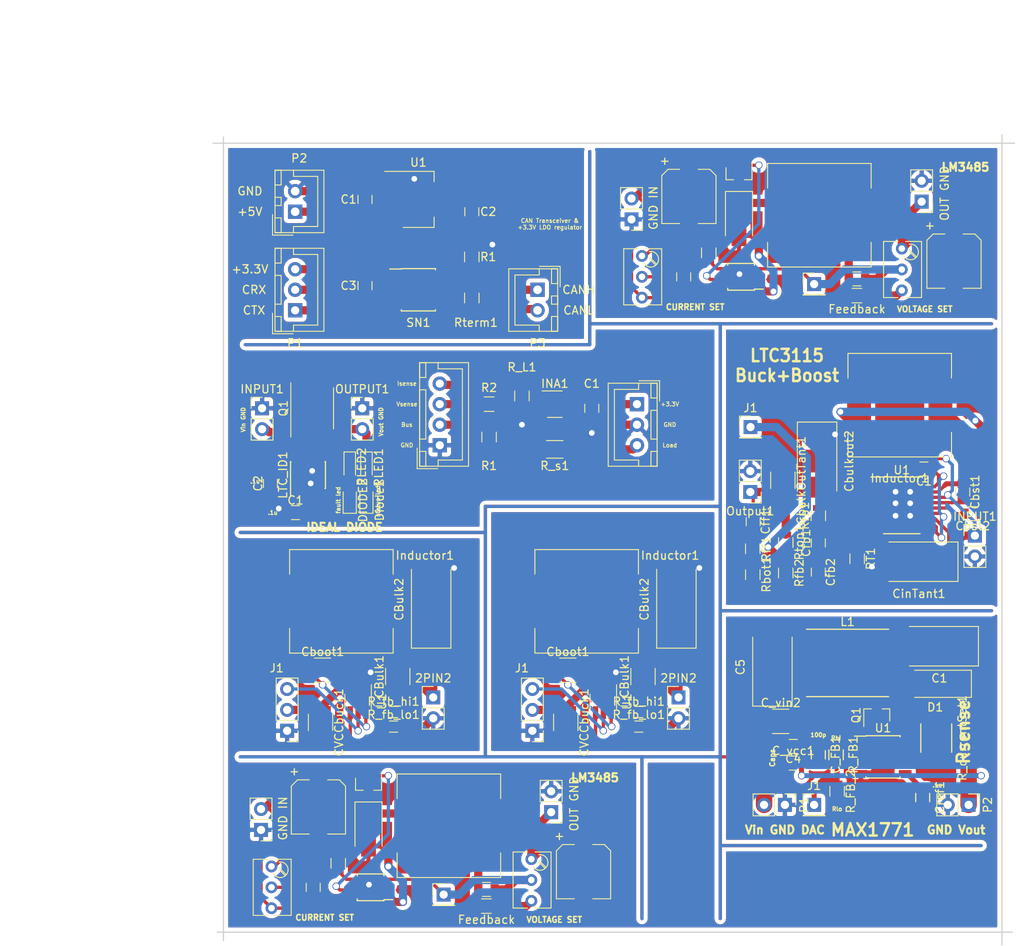
<source format=kicad_pcb>
(kicad_pcb (version 4) (host pcbnew 4.0.5)
  (title_block (title "INA139 & Voltage Divider for Voltage Measurement") (date 2017-06-14) (rev R1))
  (layers (0 F.Cu signal) (31 B.Cu signal) (34 B.Paste user) (35 F.Paste user) (36 B.SilkS user) (37 F.SilkS user) (38 B.Mask user) (39 F.Mask user) (44 Edge.Cuts user))
  (net 0 "")
  (net 1 +3.3V)
  (net 2 GND)
  (net 3 +5V)
  (net 4 TXCAN)
  (net 5 RXCAN)
  (net 6 CANH)
  (net 7 CANL)
  (net 8 "Net-(R1-Pad2)")
  (net 9 "Net-(C1-Pad1)")
  (net 10 "Net-(C2-Pad2)")
  (net 11 "Net-(C3-Pad2)")
  (net 12 "Net-(D1-Pad1)")
  (net 13 "Net-(Q1-Pad1)")
  (net 14 "Net-(U1-Pad3)")
  (net 15 "Net-(C2-Pad1)")
  (net 16 "Net-(RV2-Pad1)")
  (net 17 "Net-(RV1-Pad3)")
  (net 18 "Net-(C1-Pad2)")
  (net 19 "Net-(Diode1-Pad1)")
  (net 20 "Net-(Diode1-Pad2)")
  (net 21 "Net-(DIODE2-Pad1)")
  (net 22 "Net-(DIODE2-Pad2)")
  (net 23 "Net-(LTC_ID1-Pad8)")
  (net 24 "Net-(LTC_ID1-Pad11)")
  (net 25 +3V3)
  (net 26 I_out)
  (net 27 BusVoltage)
  (net 28 Load)
  (net 29 V_out)
  (net 30 "Net-(Cbst1-Pad1)")
  (net 31 "Net-(Cbst1-Pad2)")
  (net 32 "Net-(Cbst2-Pad1)")
  (net 33 "Net-(Cbst2-Pad2)")
  (net 34 "Net-(CbulkOutTant1-Pad2)")
  (net 35 "Net-(Cfb1-Pad1)")
  (net 36 "Net-(Cfb1-Pad2)")
  (net 37 "Net-(Cfb2-Pad2)")
  (net 38 "Net-(Cff1-Pad2)")
  (net 39 /VIN)
  (net 40 "Net-(Rfb1-Pad2)")
  (net 41 "Net-(RT1-Pad1)")
  (net 42 "Net-(Cref1-Pad1)")
  (net 43 "Net-(C_FB1-Pad2)")
  (net 44 "Net-(D1-Pad2)")
  (net 45 "Net-(Q1-Pad3)")
  (net 46 "Net-(C5-Pad1)")
  (net 47 "Net-(2PIN2-Pad1)")
  (net 48 "Net-(Cboot1-Pad1)")
  (net 49 "Net-(Cboot1-Pad2)")
  (net 50 "Net-(R_fb_hi1-Pad2)")
  (net 51 "Net-(CVCCbuck1-Pad1)")
  (net 52 "Net-(J1-Pad3)")
  (module Socket_Strips:Socket_Strip_Straight_1x03_Pitch2.54mm (layer F.Cu) (at 80.01 106.045 180)
    (fp_text reference J1 (at 1.27 7.62 180) (layer F.SilkS))
    (fp_text value "GND VIN EN")
    (pad 1 thru_hole rect (at 0 0 180) (size 1.7 1.7) (drill 1) (layers *.Cu *.Mask) (net 2 GND))
    (pad 2 thru_hole oval (at 0 2.54 180) (size 1.7 1.7) (drill 1) (layers *.Cu *.Mask) (net 51 "Net-(CVCCbuck1-Pad1)"))
    (pad 3 thru_hole oval (at 0 5.08 180) (size 1.7 1.7) (drill 1) (layers *.Cu *.Mask) (net 52 "Net-(J1-Pad3)"))
  )
  (module Inductors_SMD:L_12x12mm_h4.5mm (layer F.Cu) (at 86.614 90.297)
    (fp_text reference Inductor1 (at 10.16 -5.588) (layer F.SilkS))
    (fp_text value L)
    (pad 1 smd rect (at -4.95 0) (size 2.9 5.4) (layers F.Cu F.Paste F.Mask) (net 49 "Net-(Cboot1-Pad2)"))
    (pad 2 smd rect (at 4.95 0) (size 2.9 5.4) (layers F.Cu F.Paste F.Mask) (net 47 "Net-(2PIN2-Pad1)"))
  )
  (module Capacitors_Tantalum_SMD:CP_Tantalum_Case-D_EIA-7343-31_Hand (layer F.Cu) (at 97.536 90.043 90)
    (fp_text reference CBulk2 (at 0 -3.9 90) (layer F.SilkS))
    (fp_text value C)
    (pad 1 smd rect (at -3.775 0 90) (size 3.75 2.7) (layers F.Cu F.Paste F.Mask) (net 47 "Net-(2PIN2-Pad1)"))
    (pad 2 smd rect (at 3.775 0 90) (size 3.75 2.7) (layers F.Cu F.Paste F.Mask) (net 2 GND))
  )
  (module Capacitors_SMD:C_1210 (layer F.Cu) (at 93.472 99.441 90)
    (fp_text reference CBulk1 (at 0 -2.25 90) (layer F.SilkS))
    (fp_text value C)
    (pad 1 smd rect (at -1.5 0 90) (size 1 2.5) (layers F.Cu F.Paste F.Mask) (net 47 "Net-(2PIN2-Pad1)"))
    (pad 2 smd rect (at 1.5 0 90) (size 1 2.5) (layers F.Cu F.Paste F.Mask) (net 2 GND))
  )
  (module TO_SOT_Packages_SMD:SOT-23-6_Handsoldering (layer F.Cu) (at 88.646 102.489 270)
    (fp_text reference U1 (at 0 -2.9 270) (layer F.SilkS))
    (fp_text value TPS54302)
    (pad 1 smd rect (at -1.35 -0.95 270) (size 1.56 0.65) (layers F.Cu F.Paste F.Mask) (net 2 GND))
    (pad 2 smd rect (at -1.35 0 270) (size 1.56 0.65) (layers F.Cu F.Paste F.Mask) (net 49 "Net-(Cboot1-Pad2)"))
    (pad 3 smd rect (at -1.35 0.95 270) (size 1.56 0.65) (layers F.Cu F.Paste F.Mask) (net 51 "Net-(CVCCbuck1-Pad1)"))
    (pad 4 smd rect (at 1.35 0.95 270) (size 1.56 0.65) (layers F.Cu F.Paste F.Mask) (net 50 "Net-(R_fb_hi1-Pad2)"))
    (pad 6 smd rect (at 1.35 -0.95 270) (size 1.56 0.65) (layers F.Cu F.Paste F.Mask) (net 48 "Net-(Cboot1-Pad1)"))
    (pad 5 smd rect (at 1.35 0 270) (size 1.56 0.65) (layers F.Cu F.Paste F.Mask) (net 52 "Net-(J1-Pad3)"))
  )
  (module Resistors_SMD:R_0603_HandSoldering (layer F.Cu) (at 92.964 105.537)
    (fp_text reference R_fb_lo1 (at 0 -1.45) (layer F.SilkS))
    (fp_text value R)
    (pad 1 smd rect (at -1.1 0) (size 1.2 0.9) (layers F.Cu F.Paste F.Mask) (net 50 "Net-(R_fb_hi1-Pad2)"))
    (pad 2 smd rect (at 1.1 0) (size 1.2 0.9) (layers F.Cu F.Paste F.Mask) (net 2 GND))
  )
  (module Resistors_SMD:R_0603_HandSoldering (layer F.Cu) (at 92.964 103.759 180)
    (fp_text reference R_fb_hi1 (at 0 1.27 180) (layer F.SilkS))
    (fp_text value R)
    (pad 1 smd rect (at -1.1 0 180) (size 1.2 0.9) (layers F.Cu F.Paste F.Mask) (net 47 "Net-(2PIN2-Pad1)"))
    (pad 2 smd rect (at 1.1 0 180) (size 1.2 0.9) (layers F.Cu F.Paste F.Mask) (net 50 "Net-(R_fb_hi1-Pad2)"))
  )
  (module Capacitors_SMD:C_1210 (layer F.Cu) (at 84.074 105.029 270)
    (fp_text reference CVCCbuck1 (at 0 -2.25 270) (layer F.SilkS))
    (fp_text value 10u)
    (pad 1 smd rect (at -1.5 0 270) (size 1 2.5) (layers F.Cu F.Paste F.Mask) (net 51 "Net-(CVCCbuck1-Pad1)"))
    (pad 2 smd rect (at 1.5 0 270) (size 1 2.5) (layers F.Cu F.Paste F.Mask) (net 2 GND))
  )
  (module Capacitors_SMD:C_1210 (layer F.Cu) (at 84.328 98.679)
    (fp_text reference Cboot1 (at 0 -2.25) (layer F.SilkS))
    (fp_text value .1uF)
    (pad 1 smd rect (at -1.5 0) (size 1 2.5) (layers F.Cu F.Paste F.Mask) (net 48 "Net-(Cboot1-Pad1)"))
    (pad 2 smd rect (at 1.5 0) (size 1 2.5) (layers F.Cu F.Paste F.Mask) (net 49 "Net-(Cboot1-Pad2)"))
  )
  (module Socket_Strips:Socket_Strip_Straight_1x02_Pitch2.54mm (layer F.Cu) (at 97.79 101.981)
    (fp_text reference 2PIN2 (at 0 -2.33) (layer F.SilkS))
    (fp_text value INPUT)
    (pad 1 thru_hole rect (at 0 0) (size 1.7 1.7) (drill 1) (layers *.Cu *.Mask) (net 47 "Net-(2PIN2-Pad1)"))
    (pad 2 thru_hole oval (at 0 2.54) (size 1.7 1.7) (drill 1) (layers *.Cu *.Mask) (net 2 GND))
  )
  (module Diodes_SMD:D_SMA_Standard (layer F.Cu) (at 105.156 43.815 270)
    (fp_text reference D1 hide)
    (fp_text value D_Schottky_Small hide)
    (pad 1 smd rect (at -2 0 270) (size 2.5 1.8) (layers F.Cu F.Paste F.Mask) (net 12 "Net-(D1-Pad1)"))
    (pad 2 smd rect (at 2 0 270) (size 2.5 1.8) (layers F.Cu F.Paste F.Mask) (net 2 GND))
  )
  (module Socket_Strips:Socket_Strip_Straight_1x01_Pitch2.54mm (layer F.Cu) (at 114.3 51.689)
    (fp_text reference J1 hide)
    (fp_text value CONN_01X01 hide)
    (pad 1 thru_hole rect (at 0 0) (size 1.7 1.7) (drill 1) (layers *.Cu *.Mask) (net 10 "Net-(C2-Pad2)"))
  )
  (module Housings_SSOP:TSSOP-8_3x3mm_Pitch0.65mm (layer F.Cu) (at 105.41 50.8 180)
    (fp_text reference U1 hide)
    (fp_text value LM3485 hide)
    (pad 1 smd rect (at -2.15 -0.975 180) (size 1.1 0.4) (layers F.Cu F.Paste F.Mask) (net 12 "Net-(D1-Pad1)"))
    (pad 2 smd rect (at -2.15 -0.325 180) (size 1.1 0.4) (layers F.Cu F.Paste F.Mask) (net 2 GND))
    (pad 3 smd rect (at -2.15 0.325 180) (size 1.1 0.4) (layers F.Cu F.Paste F.Mask) (net 14 "Net-(U1-Pad3)"))
    (pad 4 smd rect (at -2.15 0.975 180) (size 1.1 0.4) (layers F.Cu F.Paste F.Mask) (net 10 "Net-(C2-Pad2)"))
    (pad 5 smd rect (at 2.15 0.975 180) (size 1.1 0.4) (layers F.Cu F.Paste F.Mask) (net 11 "Net-(C3-Pad2)"))
    (pad 6 smd rect (at 2.15 0.325 180) (size 1.1 0.4) (layers F.Cu F.Paste F.Mask) (net 2 GND))
    (pad 7 smd rect (at 2.15 -0.325 180) (size 1.1 0.4) (layers F.Cu F.Paste F.Mask) (net 13 "Net-(Q1-Pad1)"))
    (pad 8 smd rect (at 2.15 -0.975 180) (size 1.1 0.4) (layers F.Cu F.Paste F.Mask) (net 9 "Net-(C1-Pad1)"))
  )
  (module Resistors_SMD:R_0805 (layer F.Cu) (at 119.507 53.086 180)
    (fp_text reference Feedback (at 0 -1.65 180) (layer F.SilkS))
    (fp_text value 5k hide)
    (pad 1 smd rect (at -0.95 0 180) (size 0.7 1.3) (layers F.Cu F.Paste F.Mask) (net 17 "Net-(RV1-Pad3)"))
    (pad 2 smd rect (at 0.95 0 180) (size 0.7 1.3) (layers F.Cu F.Paste F.Mask) (net 2 GND))
  )
  (module Potentiometers:Potentiometer_Trimmer_Bourns_3266Y (layer F.Cu) (at 93.345 48.26 90)
    (fp_text reference RV2 hide)
    (fp_text value POT hide)
    (pad 1 thru_hole circle (at 0 0 90) (size 1.44 1.44) (drill 0.8) (layers *.Cu *.Mask) (net 16 "Net-(RV2-Pad1)"))
    (pad 2 thru_hole circle (at -2.54 0 90) (size 1.44 1.44) (drill 0.8) (layers *.Cu *.Mask) (net 11 "Net-(C3-Pad2)"))
    (pad 3 thru_hole circle (at -5.08 0 90) (size 1.44 1.44) (drill 0.8) (layers *.Cu *.Mask) (net 9 "Net-(C1-Pad1)"))
  )
  (module Potentiometers:Potentiometer_Trimmer_Bourns_3266Y (layer F.Cu) (at 124.968 47.371 90)
    (fp_text reference RV1 hide)
    (fp_text value POT hide)
    (pad 1 thru_hole circle (at 0 0 90) (size 1.44 1.44) (drill 0.8) (layers *.Cu *.Mask) (net 15 "Net-(C2-Pad1)"))
    (pad 2 thru_hole circle (at -2.54 0 90) (size 1.44 1.44) (drill 0.8) (layers *.Cu *.Mask) (net 10 "Net-(C2-Pad2)"))
    (pad 3 thru_hole circle (at -5.08 0 90) (size 1.44 1.44) (drill 0.8) (layers *.Cu *.Mask) (net 17 "Net-(RV1-Pad3)"))
  )
  (module Resistors_SMD:R_0805 (layer F.Cu) (at 101.473 47.879 270)
    (fp_text reference Radj1 hide)
    (fp_text value 470 hide)
    (pad 1 smd rect (at -0.95 0 270) (size 0.7 1.3) (layers F.Cu F.Paste F.Mask) (net 16 "Net-(RV2-Pad1)"))
    (pad 2 smd rect (at 0.95 0 270) (size 0.7 1.3) (layers F.Cu F.Paste F.Mask) (net 11 "Net-(C3-Pad2)"))
  )
  (module TO_SOT_Packages_SMD:SOT-23 (layer F.Cu) (at 105.156 38.227 270)
    (fp_text reference Q1 hide)
    (fp_text value BSS138 hide)
    (pad 1 smd rect (at -1 -0.95 270) (size 0.9 0.8) (layers F.Cu F.Paste F.Mask) (net 13 "Net-(Q1-Pad1)"))
    (pad 2 smd rect (at -1 0.95 270) (size 0.9 0.8) (layers F.Cu F.Paste F.Mask) (net 9 "Net-(C1-Pad1)"))
    (pad 3 smd rect (at 1 0 270) (size 0.9 0.8) (layers F.Cu F.Paste F.Mask) (net 12 "Net-(D1-Pad1)"))
  )
  (module Socket_Strips:Socket_Strip_Straight_1x02_Pitch2.54mm (layer F.Cu) (at 127.381 41.656 180)
    (fp_text reference P2 hide)
    (fp_text value CONN_01X02 hide)
    (fp_text user "OUT GND" (at -2.794 1.016 270) (layer F.SilkS))
    (pad 1 thru_hole rect (at 0 0 180) (size 1.7 1.7) (drill 1) (layers *.Cu *.Mask) (net 15 "Net-(C2-Pad1)"))
    (pad 2 thru_hole oval (at 0 2.54 180) (size 1.7 1.7) (drill 1) (layers *.Cu *.Mask) (net 2 GND))
  )
  (module Socket_Strips:Socket_Strip_Straight_1x02_Pitch2.54mm (layer F.Cu) (at 92.075 43.815 180)
    (fp_text reference "GND IN" (at -2.667 1.397 270) (layer F.SilkS))
    (fp_text value CONN_01X02 hide)
    (pad 1 thru_hole rect (at 0 0 180) (size 1.7 1.7) (drill 1) (layers *.Cu *.Mask) (net 2 GND))
    (pad 2 thru_hole oval (at 0 2.54 180) (size 1.7 1.7) (drill 1) (layers *.Cu *.Mask) (net 9 "Net-(C1-Pad1)"))
  )
  (module Inductors_SMD:L_12x12mm_h4.5mm (layer F.Cu) (at 114.935 43.307)
    (fp_text reference L1 hide)
    (fp_text value INDUCTOR_SMALL hide)
    (pad 1 smd rect (at -4.95 0) (size 2.9 5.4) (layers F.Cu F.Paste F.Mask) (net 12 "Net-(D1-Pad1)"))
    (pad 2 smd rect (at 4.95 0) (size 2.9 5.4) (layers F.Cu F.Paste F.Mask) (net 15 "Net-(C2-Pad1)"))
  )
  (module Capacitors_SMD:CP_Elec_6.3x5.7 (layer F.Cu) (at 131.318 48.895 270)
    (fp_text reference C4 hide)
    (fp_text value CP hide)
    (fp_text user + (at -4.28 3.01 270) (layer F.SilkS))
    (pad 1 smd rect (at -2.7 0 90) (size 3.5 1.6) (layers F.Cu F.Paste F.Mask) (net 15 "Net-(C2-Pad1)"))
    (pad 2 smd rect (at 2.7 0 90) (size 3.5 1.6) (layers F.Cu F.Paste F.Mask) (net 2 GND))
  )
  (module Capacitors_SMD:C_0805 (layer F.Cu) (at 98.425 50.8 90)
    (fp_text reference C3 hide)
    (fp_text value C hide)
    (pad 1 smd rect (at -1 0 90) (size 1 1.25) (layers F.Cu F.Paste F.Mask) (net 9 "Net-(C1-Pad1)"))
    (pad 2 smd rect (at 1 0 90) (size 1 1.25) (layers F.Cu F.Paste F.Mask) (net 11 "Net-(C3-Pad2)"))
  )
  (module Capacitors_SMD:C_0805 (layer F.Cu) (at 119.507 51.054)
    (fp_text reference C2 hide)
    (fp_text value C hide)
    (pad 1 smd rect (at -1 0) (size 1 1.25) (layers F.Cu F.Paste F.Mask) (net 15 "Net-(C2-Pad1)"))
    (pad 2 smd rect (at 1 0) (size 1 1.25) (layers F.Cu F.Paste F.Mask) (net 10 "Net-(C2-Pad2)"))
  )
  (module Capacitors_SMD:CP_Elec_6.3x5.7 (layer F.Cu) (at 99.06 41.021 270)
    (fp_text reference C1 hide)
    (fp_text value CP hide)
    (fp_text user + (at -4.28 3.01 270) (layer F.SilkS))
    (pad 1 smd rect (at -2.7 0 90) (size 3.5 1.6) (layers F.Cu F.Paste F.Mask) (net 9 "Net-(C1-Pad1)"))
    (pad 2 smd rect (at 2.7 0 90) (size 3.5 1.6) (layers F.Cu F.Paste F.Mask) (net 2 GND))
  )
  (module Capacitors_SMD:C_0805_HandSoldering (layer F.Cu) (at 59.64 41.38 90)
    (fp_text reference C1 (at 0 -2 180) (layer F.SilkS))
    (fp_text value 100n)
    (pad 1 smd rect (at -1.25 0 90) (size 1.5 1.25) (layers F.Cu F.Paste F.Mask) (net 3 +5V))
    (pad 2 smd rect (at 1.25 0 90) (size 1.5 1.25) (layers F.Cu F.Paste F.Mask) (net 2 GND))
  )
  (module Capacitors_SMD:C_0805_HandSoldering (layer F.Cu) (at 72.64 42.88 270)
    (fp_text reference C2 (at 0 -2 360) (layer F.SilkS))
    (fp_text value 10u)
    (pad 1 smd rect (at -1.25 0 270) (size 1.5 1.25) (layers F.Cu F.Paste F.Mask) (net 1 +3.3V))
    (pad 2 smd rect (at 1.25 0 270) (size 1.5 1.25) (layers F.Cu F.Paste F.Mask) (net 2 GND))
  )
  (module Capacitors_SMD:C_0805_HandSoldering (layer F.Cu) (at 59.64 51.88 90)
    (fp_text reference C3 (at 0 -2 180) (layer F.SilkS))
    (fp_text value 0.1u)
    (pad 1 smd rect (at -1.25 0 90) (size 1.5 1.25) (layers F.Cu F.Paste F.Mask) (net 1 +3.3V))
    (pad 2 smd rect (at 1.25 0 90) (size 1.5 1.25) (layers F.Cu F.Paste F.Mask) (net 2 GND))
  )
  (module Connectors_JST:JST_XH_B03B-XH-A_03x2.50mm_Straight (layer F.Cu) (at 51.14 54.88 90)
    (fp_text reference P1 (at -4 0 180) (layer F.SilkS))
    (fp_text value CONN_01X03)
    (pad 1 thru_hole rect (at 0 0 90) (size 1.75 1.75) (drill 1) (layers *.Cu *.Mask) (net 4 TXCAN))
    (pad 2 thru_hole circle (at 2.5 0 90) (size 1.75 1.75) (drill 1) (layers *.Cu *.Mask) (net 5 RXCAN))
    (pad 3 thru_hole circle (at 5 0 90) (size 1.75 1.75) (drill 1) (layers *.Cu *.Mask) (net 1 +3.3V))
  )
  (module Connectors_JST:JST_XH_B02B-XH-A_02x2.50mm_Straight (layer F.Cu) (at 51.14 42.88 90)
    (fp_text reference P2 (at 6.5 0.5 180) (layer F.SilkS))
    (fp_text value CONN_01X02)
    (pad 1 thru_hole rect (at 0 0 90) (size 1.75 1.75) (drill 1.05) (layers *.Cu *.Mask) (net 3 +5V))
    (pad 2 thru_hole circle (at 2.5 0 90) (size 1.75 1.75) (drill 1.05) (layers *.Cu *.Mask) (net 2 GND))
  )
  (module Connectors_JST:JST_XH_B02B-XH-A_02x2.50mm_Straight (layer F.Cu) (at 80.64 52.38 270)
    (fp_text reference P3 (at 6.5 0 360) (layer F.SilkS))
    (fp_text value CONN_01X02)
    (pad 1 thru_hole rect (at 0 0 270) (size 1.75 1.75) (drill 1.05) (layers *.Cu *.Mask) (net 6 CANH))
    (pad 2 thru_hole circle (at 2.5 0 270) (size 1.75 1.75) (drill 1.05) (layers *.Cu *.Mask) (net 7 CANL))
  )
  (module Resistors_SMD:R_0805_HandSoldering (layer F.Cu) (at 72.64 48.38 270)
    (fp_text reference R1 (at 0 -2 360) (layer F.SilkS))
    (fp_text value 470)
    (pad 1 smd rect (at -1.35 0 270) (size 1.5 1.3) (layers F.Cu F.Paste F.Mask) (net 2 GND))
    (pad 2 smd rect (at 1.35 0 270) (size 1.5 1.3) (layers F.Cu F.Paste F.Mask) (net 8 "Net-(R1-Pad2)"))
  )
  (module Resistors_SMD:R_0805_HandSoldering (layer F.Cu) (at 72.64 53.38 270)
    (fp_text reference Rterm1 (at 3 -0.5 360) (layer F.SilkS))
    (fp_text value 120)
    (pad 1 smd rect (at -1.35 0 270) (size 1.5 1.3) (layers F.Cu F.Paste F.Mask) (net 6 CANH))
    (pad 2 smd rect (at 1.35 0 270) (size 1.5 1.3) (layers F.Cu F.Paste F.Mask) (net 7 CANL))
  )
  (module Housings_SOIC:SOIC-8_3.9x4.9mm_Pitch1.27mm (layer F.Cu) (at 66.14 52.38)
    (fp_text reference SN1 (at 0 4) (layer F.SilkS))
    (fp_text value SN65HVD230)
    (pad 1 smd rect (at -2.7 -1.905) (size 1.55 0.6) (layers F.Cu F.Paste F.Mask) (net 4 TXCAN))
    (pad 2 smd rect (at -2.7 -0.635) (size 1.55 0.6) (layers F.Cu F.Paste F.Mask) (net 2 GND))
    (pad 3 smd rect (at -2.7 0.635) (size 1.55 0.6) (layers F.Cu F.Paste F.Mask) (net 1 +3.3V))
    (pad 4 smd rect (at -2.7 1.905) (size 1.55 0.6) (layers F.Cu F.Paste F.Mask) (net 5 RXCAN))
    (pad 5 smd rect (at 2.7 1.905) (size 1.55 0.6) (layers F.Cu F.Paste F.Mask))
    (pad 6 smd rect (at 2.7 0.635) (size 1.55 0.6) (layers F.Cu F.Paste F.Mask) (net 7 CANL))
    (pad 7 smd rect (at 2.7 -0.635) (size 1.55 0.6) (layers F.Cu F.Paste F.Mask) (net 6 CANH))
    (pad 8 smd rect (at 2.7 -1.905) (size 1.55 0.6) (layers F.Cu F.Paste F.Mask) (net 8 "Net-(R1-Pad2)"))
  )
  (module TO_SOT_Packages_SMD:SOT-223-3Lead_TabPin2 (layer F.Cu) (at 66.14 41.38)
    (fp_text reference U1 (at 0 -4.5) (layer F.SilkS))
    (fp_text value LD1117S33TR)
    (pad 2 smd rect (at 3.15 0) (size 2 3.8) (layers F.Cu F.Paste F.Mask) (net 1 +3.3V))
    (pad 2 smd rect (at -3.15 0) (size 2 1.5) (layers F.Cu F.Paste F.Mask) (net 1 +3.3V))
    (pad 3 smd rect (at -3.15 2.3) (size 2 1.5) (layers F.Cu F.Paste F.Mask) (net 3 +5V))
    (pad 1 smd rect (at -3.15 -2.3) (size 2 1.5) (layers F.Cu F.Paste F.Mask) (net 2 GND))
  )
  (module Capacitors_SMD:CP_Elec_6.3x5.7 (layer F.Cu) (at 53.975 115.316 270)
    (fp_text reference C1 hide)
    (fp_text value CP hide)
    (fp_text user + (at -4.28 3.01 270) (layer F.SilkS))
    (pad 1 smd rect (at -2.7 0 90) (size 3.5 1.6) (layers F.Cu F.Paste F.Mask) (net 9 "Net-(C1-Pad1)"))
    (pad 2 smd rect (at 2.7 0 90) (size 3.5 1.6) (layers F.Cu F.Paste F.Mask) (net 2 GND))
  )
  (module Capacitors_SMD:C_0805 (layer F.Cu) (at 74.422 125.349)
    (fp_text reference C2 hide)
    (fp_text value C hide)
    (pad 1 smd rect (at -1 0) (size 1 1.25) (layers F.Cu F.Paste F.Mask) (net 15 "Net-(C2-Pad1)"))
    (pad 2 smd rect (at 1 0) (size 1 1.25) (layers F.Cu F.Paste F.Mask) (net 10 "Net-(C2-Pad2)"))
  )
  (module Capacitors_SMD:C_0805 (layer F.Cu) (at 53.34 125.095 90)
    (fp_text reference C3 hide)
    (fp_text value C hide)
    (pad 1 smd rect (at -1 0 90) (size 1 1.25) (layers F.Cu F.Paste F.Mask) (net 9 "Net-(C1-Pad1)"))
    (pad 2 smd rect (at 1 0 90) (size 1 1.25) (layers F.Cu F.Paste F.Mask) (net 11 "Net-(C3-Pad2)"))
  )
  (module Capacitors_SMD:CP_Elec_6.3x5.7 (layer F.Cu) (at 86.233 123.19 270)
    (fp_text reference C4 hide)
    (fp_text value CP hide)
    (fp_text user + (at -4.28 3.01 270) (layer F.SilkS))
    (pad 1 smd rect (at -2.7 0 90) (size 3.5 1.6) (layers F.Cu F.Paste F.Mask) (net 15 "Net-(C2-Pad1)"))
    (pad 2 smd rect (at 2.7 0 90) (size 3.5 1.6) (layers F.Cu F.Paste F.Mask) (net 2 GND))
  )
  (module Inductors_SMD:L_12x12mm_h4.5mm (layer F.Cu) (at 69.85 117.602)
    (fp_text reference L1 hide)
    (fp_text value INDUCTOR_SMALL hide)
    (pad 1 smd rect (at -4.95 0) (size 2.9 5.4) (layers F.Cu F.Paste F.Mask) (net 12 "Net-(D1-Pad1)"))
    (pad 2 smd rect (at 4.95 0) (size 2.9 5.4) (layers F.Cu F.Paste F.Mask) (net 15 "Net-(C2-Pad1)"))
  )
  (module Socket_Strips:Socket_Strip_Straight_1x02_Pitch2.54mm (layer F.Cu) (at 46.99 118.11 180)
    (fp_text reference "GND IN" (at -2.667 1.397 270) (layer F.SilkS))
    (fp_text value CONN_01X02 hide)
    (pad 1 thru_hole rect (at 0 0 180) (size 1.7 1.7) (drill 1) (layers *.Cu *.Mask) (net 2 GND))
    (pad 2 thru_hole oval (at 0 2.54 180) (size 1.7 1.7) (drill 1) (layers *.Cu *.Mask) (net 9 "Net-(C1-Pad1)"))
  )
  (module Socket_Strips:Socket_Strip_Straight_1x02_Pitch2.54mm (layer F.Cu) (at 82.296 115.951 180)
    (fp_text reference P2 hide)
    (fp_text value CONN_01X02 hide)
    (fp_text user "OUT GND" (at -2.794 1.016 270) (layer F.SilkS))
    (pad 1 thru_hole rect (at 0 0 180) (size 1.7 1.7) (drill 1) (layers *.Cu *.Mask) (net 15 "Net-(C2-Pad1)"))
    (pad 2 thru_hole oval (at 0 2.54 180) (size 1.7 1.7) (drill 1) (layers *.Cu *.Mask) (net 2 GND))
  )
  (module TO_SOT_Packages_SMD:SOT-23 (layer F.Cu) (at 60.071 112.522 270)
    (fp_text reference Q1 hide)
    (fp_text value BSS138 hide)
    (pad 1 smd rect (at -1 -0.95 270) (size 0.9 0.8) (layers F.Cu F.Paste F.Mask) (net 13 "Net-(Q1-Pad1)"))
    (pad 2 smd rect (at -1 0.95 270) (size 0.9 0.8) (layers F.Cu F.Paste F.Mask) (net 9 "Net-(C1-Pad1)"))
    (pad 3 smd rect (at 1 0 270) (size 0.9 0.8) (layers F.Cu F.Paste F.Mask) (net 12 "Net-(D1-Pad1)"))
  )
  (module Resistors_SMD:R_0805 (layer F.Cu) (at 56.388 122.174 270)
    (fp_text reference Radj1 hide)
    (fp_text value 470 hide)
    (pad 1 smd rect (at -0.95 0 270) (size 0.7 1.3) (layers F.Cu F.Paste F.Mask) (net 16 "Net-(RV2-Pad1)"))
    (pad 2 smd rect (at 0.95 0 270) (size 0.7 1.3) (layers F.Cu F.Paste F.Mask) (net 11 "Net-(C3-Pad2)"))
  )
  (module Potentiometers:Potentiometer_Trimmer_Bourns_3266Y (layer F.Cu) (at 79.883 121.666 90)
    (fp_text reference RV1 hide)
    (fp_text value POT hide)
    (pad 1 thru_hole circle (at 0 0 90) (size 1.44 1.44) (drill 0.8) (layers *.Cu *.Mask) (net 15 "Net-(C2-Pad1)"))
    (pad 2 thru_hole circle (at -2.54 0 90) (size 1.44 1.44) (drill 0.8) (layers *.Cu *.Mask) (net 10 "Net-(C2-Pad2)"))
    (pad 3 thru_hole circle (at -5.08 0 90) (size 1.44 1.44) (drill 0.8) (layers *.Cu *.Mask) (net 17 "Net-(RV1-Pad3)"))
  )
  (module Potentiometers:Potentiometer_Trimmer_Bourns_3266Y (layer F.Cu) (at 48.26 122.555 90)
    (fp_text reference RV2 hide)
    (fp_text value POT hide)
    (pad 1 thru_hole circle (at 0 0 90) (size 1.44 1.44) (drill 0.8) (layers *.Cu *.Mask) (net 16 "Net-(RV2-Pad1)"))
    (pad 2 thru_hole circle (at -2.54 0 90) (size 1.44 1.44) (drill 0.8) (layers *.Cu *.Mask) (net 11 "Net-(C3-Pad2)"))
    (pad 3 thru_hole circle (at -5.08 0 90) (size 1.44 1.44) (drill 0.8) (layers *.Cu *.Mask) (net 9 "Net-(C1-Pad1)"))
  )
  (module Resistors_SMD:R_0805 (layer F.Cu) (at 74.422 127.381 180)
    (fp_text reference Feedback (at 0 -1.65 180) (layer F.SilkS))
    (fp_text value 5k hide)
    (pad 1 smd rect (at -0.95 0 180) (size 0.7 1.3) (layers F.Cu F.Paste F.Mask) (net 17 "Net-(RV1-Pad3)"))
    (pad 2 smd rect (at 0.95 0 180) (size 0.7 1.3) (layers F.Cu F.Paste F.Mask) (net 2 GND))
  )
  (module Housings_SSOP:TSSOP-8_3x3mm_Pitch0.65mm (layer F.Cu) (at 60.325 125.095 180)
    (fp_text reference U1 hide)
    (fp_text value LM3485 hide)
    (pad 1 smd rect (at -2.15 -0.975 180) (size 1.1 0.4) (layers F.Cu F.Paste F.Mask) (net 12 "Net-(D1-Pad1)"))
    (pad 2 smd rect (at -2.15 -0.325 180) (size 1.1 0.4) (layers F.Cu F.Paste F.Mask) (net 2 GND))
    (pad 3 smd rect (at -2.15 0.325 180) (size 1.1 0.4) (layers F.Cu F.Paste F.Mask) (net 14 "Net-(U1-Pad3)"))
    (pad 4 smd rect (at -2.15 0.975 180) (size 1.1 0.4) (layers F.Cu F.Paste F.Mask) (net 10 "Net-(C2-Pad2)"))
    (pad 5 smd rect (at 2.15 0.975 180) (size 1.1 0.4) (layers F.Cu F.Paste F.Mask) (net 11 "Net-(C3-Pad2)"))
    (pad 6 smd rect (at 2.15 0.325 180) (size 1.1 0.4) (layers F.Cu F.Paste F.Mask) (net 2 GND))
    (pad 7 smd rect (at 2.15 -0.325 180) (size 1.1 0.4) (layers F.Cu F.Paste F.Mask) (net 13 "Net-(Q1-Pad1)"))
    (pad 8 smd rect (at 2.15 -0.975 180) (size 1.1 0.4) (layers F.Cu F.Paste F.Mask) (net 9 "Net-(C1-Pad1)"))
  )
  (module Socket_Strips:Socket_Strip_Straight_1x01_Pitch2.54mm (layer F.Cu) (at 69.215 125.984)
    (fp_text reference J1 hide)
    (fp_text value CONN_01X01 hide)
    (pad 1 thru_hole rect (at 0 0) (size 1.7 1.7) (drill 1) (layers *.Cu *.Mask) (net 10 "Net-(C2-Pad2)"))
  )
  (module Diodes_SMD:D_SMA_Standard (layer F.Cu) (at 60.071 118.11 270)
    (fp_text reference D1 hide)
    (fp_text value D_Schottky_Small hide)
    (pad 1 smd rect (at -2 0 270) (size 2.5 1.8) (layers F.Cu F.Paste F.Mask) (net 12 "Net-(D1-Pad1)"))
    (pad 2 smd rect (at 2 0 270) (size 2.5 1.8) (layers F.Cu F.Paste F.Mask) (net 2 GND))
  )
  (module Capacitors_SMD:C_0805 (layer F.Cu) (at 51.181 79.502)
    (fp_text reference C1 (at 0 -1.5) (layer F.SilkS))
    (fp_text value .1u)
    (pad 1 smd rect (at -1 0) (size 1 1.25) (layers F.Cu F.Paste F.Mask) (net 2 GND))
    (pad 2 smd rect (at 1 0) (size 1 1.25) (layers F.Cu F.Paste F.Mask) (net 18 "Net-(C1-Pad2)"))
  )
  (module Capacitors_SMD:C_0805 (layer F.Cu) (at 48.133 75.946 90)
    (fp_text reference C2 (at 0 -1.5 90) (layer F.SilkS))
    (fp_text value .1u)
    (pad 1 smd rect (at -1 0 90) (size 1 1.25) (layers F.Cu F.Paste F.Mask) (net 15 "Net-(C2-Pad1)"))
    (pad 2 smd rect (at 1 0 90) (size 1 1.25) (layers F.Cu F.Paste F.Mask) (net 10 "Net-(C2-Pad2)"))
  )
  (module Diodes_SMD:D_0805 (layer F.Cu) (at 59.817 77.978 90)
    (fp_text reference Diode1 (at 0 1.6 90) (layer F.SilkS))
    (fp_text value LED)
    (pad 1 smd rect (at -1.05 0 90) (size 0.8 0.9) (layers F.Cu F.Paste F.Mask) (net 19 "Net-(Diode1-Pad1)"))
    (pad 2 smd rect (at 1.05 0 90) (size 0.8 0.9) (layers F.Cu F.Paste F.Mask) (net 20 "Net-(Diode1-Pad2)"))
  )
  (module Diodes_SMD:D_0805 (layer F.Cu) (at 57.785 77.978 90)
    (fp_text reference DIODE2 (at 0 1.6 90) (layer F.SilkS))
    (fp_text value LED)
    (pad 1 smd rect (at -1.05 0 90) (size 0.8 0.9) (layers F.Cu F.Paste F.Mask) (net 21 "Net-(DIODE2-Pad1)"))
    (pad 2 smd rect (at 1.05 0 90) (size 0.8 0.9) (layers F.Cu F.Paste F.Mask) (net 22 "Net-(DIODE2-Pad2)"))
  )
  (module Socket_Strips:Socket_Strip_Straight_1x02_Pitch2.54mm (layer F.Cu) (at 47.117 66.802)
    (fp_text reference INPUT1 (at 0 -2.33) (layer F.SilkS))
    (fp_text value CONN_01X02)
    (pad 1 thru_hole rect (at 0 0) (size 1.7 1.7) (drill 1) (layers *.Cu *.Mask) (net 2 GND))
    (pad 2 thru_hole oval (at 0 2.54) (size 1.7 1.7) (drill 1) (layers *.Cu *.Mask) (net 15 "Net-(C2-Pad1)"))
  )
  (module Housings_SSOP:MSOP-12_3x4mm_Pitch0.65mm (layer F.Cu) (at 52.705 74.93 90)
    (fp_text reference LTC_ID1 (at 0 -3.05 90) (layer F.SilkS))
    (fp_text value LTC4352)
    (pad 1 smd rect (at -2.105 -1.625 90) (size 0.89 0.42) (layers F.Cu F.Paste F.Mask) (net 15 "Net-(C2-Pad1)"))
    (pad 2 smd rect (at -2.105 -0.975 90) (size 0.89 0.42) (layers F.Cu F.Paste F.Mask) (net 18 "Net-(C1-Pad2)"))
    (pad 3 smd rect (at -2.105 -0.325 90) (size 0.89 0.42) (layers F.Cu F.Paste F.Mask) (net 18 "Net-(C1-Pad2)"))
    (pad 4 smd rect (at -2.105 0.325 90) (size 0.89 0.42) (layers F.Cu F.Paste F.Mask) (net 2 GND))
    (pad 5 smd rect (at -2.105 0.975 90) (size 0.89 0.42) (layers F.Cu F.Paste F.Mask) (net 19 "Net-(Diode1-Pad1)"))
    (pad 6 smd rect (at -2.105 1.625 90) (size 0.89 0.42) (layers F.Cu F.Paste F.Mask) (net 21 "Net-(DIODE2-Pad1)"))
    (pad 7 smd rect (at 2.105 1.625 90) (size 0.89 0.42) (layers F.Cu F.Paste F.Mask) (net 2 GND))
    (pad 8 smd rect (at 2.105 0.975 90) (size 0.89 0.42) (layers F.Cu F.Paste F.Mask) (net 23 "Net-(LTC_ID1-Pad8)"))
    (pad 9 smd rect (at 2.105 0.325 90) (size 0.89 0.42) (layers F.Cu F.Paste F.Mask) (net 2 GND))
    (pad 10 smd rect (at 2.105 -0.325 90) (size 0.89 0.42) (layers F.Cu F.Paste F.Mask) (net 10 "Net-(C2-Pad2)"))
    (pad 11 smd rect (at 2.105 -0.975 90) (size 0.89 0.42) (layers F.Cu F.Paste F.Mask) (net 24 "Net-(LTC_ID1-Pad11)"))
    (pad 12 smd rect (at 2.105 -1.625 90) (size 0.89 0.42) (layers F.Cu F.Paste F.Mask) (net 15 "Net-(C2-Pad1)"))
  )
  (module Socket_Strips:Socket_Strip_Straight_1x02_Pitch2.54mm (layer F.Cu) (at 59.309 66.802)
    (fp_text reference OUTPUT1 (at 0 -2.33) (layer F.SilkS))
    (fp_text value CONN_01X02)
    (pad 1 thru_hole rect (at 0 0) (size 1.7 1.7) (drill 1) (layers *.Cu *.Mask) (net 2 GND))
    (pad 2 thru_hole oval (at 0 2.54) (size 1.7 1.7) (drill 1) (layers *.Cu *.Mask) (net 23 "Net-(LTC_ID1-Pad8)"))
  )
  (module LEDs:LED_0805 (layer F.Cu) (at 59.817 73.914 270)
    (fp_text reference RLED1 (at 0.0889 -1.4986 270) (layer F.SilkS))
    (fp_text value 4.7k)
    (pad 2 smd rect (at 1.1 0 90) (size 1.2 1.2) (layers F.Cu F.Paste F.Mask) (net 20 "Net-(Diode1-Pad2)"))
    (pad 1 smd rect (at -1.1 0 90) (size 1.2 1.2) (layers F.Cu F.Paste F.Mask) (net 23 "Net-(LTC_ID1-Pad8)"))
  )
  (module LEDs:LED_0805 (layer F.Cu) (at 57.785 73.914 270)
    (fp_text reference RLED2 (at 0 -1.45 270) (layer F.SilkS))
    (fp_text value 4.7k)
    (pad 2 smd rect (at 1.1 0 90) (size 1.2 1.2) (layers F.Cu F.Paste F.Mask) (net 22 "Net-(DIODE2-Pad2)"))
    (pad 1 smd rect (at -1.1 0 90) (size 1.2 1.2) (layers F.Cu F.Paste F.Mask) (net 23 "Net-(LTC_ID1-Pad8)"))
  )
  (module Housings_DFN_QFN:DFN-8-1EP_6x5mm_Pitch1.27mm_LargeFlag (layer F.Cu) (at 53.213 66.802 90)
    (fp_text reference Q1 (at 0 -3.5 90) (layer F.SilkS))
    (fp_text value FDMS8050)
    (pad 8 smd rect (at -1 -1) (size 2 2) (layers F.Cu F.Paste F.Mask) (net 23 "Net-(LTC_ID1-Pad8)") (clearance 0.1))
    (pad 1 smd rect (at -2.9 -1.905) (size 0.5 1.1) (layers F.Cu F.Paste F.Mask) (net 15 "Net-(C2-Pad1)") (clearance 0.1))
    (pad 2 smd rect (at -2.9 -0.635) (size 0.5 1.1) (layers F.Cu F.Paste F.Mask) (net 15 "Net-(C2-Pad1)") (clearance 0.1))
    (pad 3 smd rect (at -2.9 0.635) (size 0.5 1.1) (layers F.Cu F.Paste F.Mask) (net 15 "Net-(C2-Pad1)") (clearance 0.1))
    (pad 4 smd rect (at -2.9 1.905) (size 0.5 1.1) (layers F.Cu F.Paste F.Mask) (net 24 "Net-(LTC_ID1-Pad11)") (clearance 0.1))
    (pad 5 smd rect (at 2.9 1.905) (size 0.5 1.1) (layers F.Cu F.Paste F.Mask) (net 23 "Net-(LTC_ID1-Pad8)") (clearance 0.1))
    (pad 6 smd rect (at 2.9 0.635) (size 0.5 1.1) (layers F.Cu F.Paste F.Mask) (net 23 "Net-(LTC_ID1-Pad8)") (clearance 0.1))
    (pad 7 smd rect (at 2.9 -0.635) (size 0.5 1.1) (layers F.Cu F.Paste F.Mask) (net 23 "Net-(LTC_ID1-Pad8)") (clearance 0.1))
    (pad 8 smd rect (at 2.9 -1.905) (size 0.5 1.1) (layers F.Cu F.Paste F.Mask) (net 23 "Net-(LTC_ID1-Pad8)") (clearance 0.1))
    (pad 8 smd rect (at 1 -1) (size 2 2) (layers F.Cu F.Paste F.Mask) (net 23 "Net-(LTC_ID1-Pad8)") (clearance 0.1))
    (pad 8 smd rect (at -1 1) (size 2 2) (layers F.Cu F.Paste F.Mask) (net 23 "Net-(LTC_ID1-Pad8)") (clearance 0.1))
    (pad 8 smd rect (at 1 1) (size 2 2) (layers F.Cu F.Paste F.Mask) (net 23 "Net-(LTC_ID1-Pad8)") (clearance 0.1))
  )
  (module TO_SOT_Packages_SMD:SOT-23-5 (layer F.Cu) (at 82.74 66.3)
    (fp_text reference INA1 (at 0 -2.5) (layer F.SilkS))
    (fp_text value INA139 hide)
    (pad 1 smd rect (at -1.1 -0.95) (size 1.06 0.65) (layers F.Cu F.Paste F.Mask) (net 26 I_out))
    (pad 2 smd rect (at -1.1 0) (size 1.06 0.65) (layers F.Cu F.Paste F.Mask) (net 2 GND))
    (pad 3 smd rect (at -1.1 0.95) (size 1.06 0.65) (layers F.Cu F.Paste F.Mask) (net 27 BusVoltage))
    (pad 4 smd rect (at 1.1 0.95) (size 1.06 0.65) (layers F.Cu F.Paste F.Mask) (net 28 Load))
    (pad 5 smd rect (at 1.1 -0.95) (size 1.06 0.65) (layers F.Cu F.Paste F.Mask) (net 25 +3V3))
  )
  (module Resistors_SMD:R_0805_HandSoldering (layer F.Cu) (at 74.74 70.3 270)
    (fp_text reference R1 (at 3.5 0 360) (layer F.SilkS))
    (fp_text value 10k hide)
    (pad 1 smd rect (at -1.35 0 270) (size 1.5 1.3) (layers F.Cu F.Paste F.Mask) (net 29 V_out))
    (pad 2 smd rect (at 1.35 0 270) (size 1.5 1.3) (layers F.Cu F.Paste F.Mask) (net 27 BusVoltage))
  )
  (module Resistors_SMD:R_0805_HandSoldering (layer F.Cu) (at 74.74 66.3 180)
    (fp_text reference R2 (at 0 2 180) (layer F.SilkS))
    (fp_text value 20k hide)
    (pad 1 smd rect (at -1.35 0 180) (size 1.5 1.3) (layers F.Cu F.Paste F.Mask) (net 2 GND))
    (pad 2 smd rect (at 1.35 0 180) (size 1.5 1.3) (layers F.Cu F.Paste F.Mask) (net 29 V_out))
  )
  (module Resistors_SMD:R_0805_HandSoldering (layer F.Cu) (at 78.74 65.3 270)
    (fp_text reference R_L1 (at -3.5 0 360) (layer F.SilkS))
    (fp_text value 100k hide)
    (pad 1 smd rect (at -1.35 0 270) (size 1.5 1.3) (layers F.Cu F.Paste F.Mask) (net 26 I_out))
    (pad 2 smd rect (at 1.35 0 270) (size 1.5 1.3) (layers F.Cu F.Paste F.Mask) (net 2 GND))
  )
  (module Capacitors_SMD:C_0805_HandSoldering (layer F.Cu) (at 87.24 66.8 270)
    (fp_text reference C1 (at -3 0 360) (layer F.SilkS))
    (fp_text value 0.1u)
    (pad 1 smd rect (at -1.25 0 270) (size 1.5 1.25) (layers F.Cu F.Paste F.Mask) (net 25 +3V3))
    (pad 2 smd rect (at 1.25 0 270) (size 1.5 1.25) (layers F.Cu F.Paste F.Mask) (net 2 GND))
  )
  (module Resistors_SMD:R_1206_HandSoldering (layer F.Cu) (at 82.74 71.8 180)
    (fp_text reference R_s1 (at 0 -2 180) (layer F.SilkS))
    (fp_text value 20m)
    (pad 1 smd rect (at -2 0 180) (size 2 1.7) (layers F.Cu F.Paste F.Mask) (net 28 Load))
    (pad 2 smd rect (at 2 0 180) (size 2 1.7) (layers F.Cu F.Paste F.Mask) (net 27 BusVoltage))
  )
  (module Connectors_JST:JST_XH_B04B-XH-A_04x2.50mm_Straight (layer F.Cu) (at 68.74 71.3 90)
    (fp_text reference P1 hide)
    (fp_text value CONN_01X04)
    (pad 1 thru_hole rect (at 0 0 90) (size 1.75 1.75) (drill 1) (layers *.Cu *.Mask) (net 2 GND))
    (pad 2 thru_hole circle (at 2.5 0 90) (size 1.75 1.75) (drill 1) (layers *.Cu *.Mask) (net 27 BusVoltage))
    (pad 3 thru_hole circle (at 5 0 90) (size 1.75 1.75) (drill 1) (layers *.Cu *.Mask) (net 29 V_out))
    (pad 4 thru_hole circle (at 7.5 0 90) (size 1.75 1.75) (drill 1) (layers *.Cu *.Mask) (net 26 I_out))
  )
  (module Connectors_JST:JST_XH_B03B-XH-A_03x2.50mm_Straight (layer F.Cu) (at 92.74 66.3 270)
    (fp_text reference P2 hide)
    (fp_text value CONN_01X03)
    (pad 1 thru_hole rect (at 0 0 270) (size 1.75 1.75) (drill 1) (layers *.Cu *.Mask) (net 25 +3V3))
    (pad 2 thru_hole circle (at 2.5 0 270) (size 1.75 1.75) (drill 1) (layers *.Cu *.Mask) (net 2 GND))
    (pad 3 thru_hole circle (at 5 0 270) (size 1.75 1.75) (drill 1) (layers *.Cu *.Mask) (net 28 Load))
  )
  (module Housings_SSOP:TSSOP-20_4.4x6.5mm_Pitch0.65mm (layer F.Cu) (at 124.968 78.613)
    (fp_text reference U1 (at 0 -4.3) (layer F.SilkS))
    (fp_text value LTC3115)
    (pad 1 smd rect (at -2.95 -2.925) (size 1.45 0.45) (layers F.Cu F.Paste F.Mask) (net 2 GND))
    (pad 2 smd rect (at -2.95 -2.275) (size 1.45 0.45) (layers F.Cu F.Paste F.Mask) (net 39 /VIN))
    (pad 3 smd rect (at -2.95 -1.625) (size 1.45 0.45) (layers F.Cu F.Paste F.Mask) (net 32 "Net-(Cbst2-Pad1)"))
    (pad 4 smd rect (at -2.95 -0.975) (size 1.45 0.45) (layers F.Cu F.Paste F.Mask) (net 34 "Net-(CbulkOutTant1-Pad2)"))
    (pad 5 smd rect (at -2.95 -0.325) (size 1.45 0.45) (layers F.Cu F.Paste F.Mask) (net 2 GND))
    (pad 6 smd rect (at -2.95 0.325) (size 1.45 0.45) (layers F.Cu F.Paste F.Mask) (net 2 GND))
    (pad 7 smd rect (at -2.95 0.975) (size 1.45 0.45) (layers F.Cu F.Paste F.Mask) (net 40 "Net-(Rfb1-Pad2)"))
    (pad 8 smd rect (at -2.95 1.625) (size 1.45 0.45) (layers F.Cu F.Paste F.Mask) (net 37 "Net-(Cfb2-Pad2)"))
    (pad 9 smd rect (at -2.95 2.275) (size 1.45 0.45) (layers F.Cu F.Paste F.Mask) (net 41 "Net-(RT1-Pad1)"))
    (pad 10 smd rect (at -2.95 2.925) (size 1.45 0.45) (layers F.Cu F.Paste F.Mask) (net 2 GND))
    (pad 11 smd rect (at 2.95 2.925) (size 1.45 0.45) (layers F.Cu F.Paste F.Mask) (net 2 GND))
    (pad 12 smd rect (at 2.95 2.275) (size 1.45 0.45) (layers F.Cu F.Paste F.Mask) (net 9 "Net-(C1-Pad1)"))
    (pad 13 smd rect (at 2.95 1.625) (size 1.45 0.45) (layers F.Cu F.Paste F.Mask) (net 39 /VIN))
    (pad 14 smd rect (at 2.95 0.975) (size 1.45 0.45) (layers F.Cu F.Paste F.Mask) (net 9 "Net-(C1-Pad1)"))
    (pad 15 smd rect (at 2.95 0.325) (size 1.45 0.45) (layers F.Cu F.Paste F.Mask) (net 33 "Net-(Cbst2-Pad2)"))
    (pad 16 smd rect (at 2.95 -0.325) (size 1.45 0.45) (layers F.Cu F.Paste F.Mask) (net 31 "Net-(Cbst1-Pad2)"))
    (pad 17 smd rect (at 2.95 -0.975) (size 1.45 0.45) (layers F.Cu F.Paste F.Mask) (net 39 /VIN))
    (pad 18 smd rect (at 2.95 -1.625) (size 1.45 0.45) (layers F.Cu F.Paste F.Mask) (net 30 "Net-(Cbst1-Pad1)"))
    (pad 19 smd rect (at 2.95 -2.275) (size 1.45 0.45) (layers F.Cu F.Paste F.Mask) (net 9 "Net-(C1-Pad1)"))
    (pad 20 smd rect (at 2.95 -2.925) (size 1.45 0.45) (layers F.Cu F.Paste F.Mask) (net 2 GND))
  )
  (module Capacitors_SMD:C_0805 (layer F.Cu) (at 127.6604 74.1934 180)
    (fp_text reference C1 (at 0 -1.5 180) (layer F.SilkS))
    (fp_text value 4.7u)
    (pad 1 smd rect (at -1 0 180) (size 1 1.25) (layers F.Cu F.Paste F.Mask) (net 9 "Net-(C1-Pad1)"))
    (pad 2 smd rect (at 1 0 180) (size 1 1.25) (layers F.Cu F.Paste F.Mask) (net 2 GND))
  )
  (module Capacitors_SMD:C_0805 (layer F.Cu) (at 132.3848 76.9874 270)
    (fp_text reference Cbst1 (at 0 -1.5 270) (layer F.SilkS))
    (fp_text value .1u)
    (pad 1 smd rect (at -1 0 270) (size 1 1.25) (layers F.Cu F.Paste F.Mask) (net 30 "Net-(Cbst1-Pad1)"))
    (pad 2 smd rect (at 1 0 270) (size 1 1.25) (layers F.Cu F.Paste F.Mask) (net 31 "Net-(Cbst1-Pad2)"))
  )
  (module Capacitors_Tantalum_SMD:CP_Tantalum_Case-D_EIA-7343-31_Reflow (layer F.Cu) (at 114.6556 73.2282 270)
    (fp_text reference Cbulkout2 (at 0 -3.9 270) (layer F.SilkS))
    (fp_text value 68u)
    (pad 1 smd rect (at -3.175 0 270) (size 2.55 2.7) (layers F.Cu F.Paste F.Mask) (net 2 GND))
    (pad 2 smd rect (at 3.175 0 270) (size 2.55 2.7) (layers F.Cu F.Paste F.Mask) (net 34 "Net-(CbulkOutTant1-Pad2)"))
  )
  (module Capacitors_SMD:C_1210 (layer F.Cu) (at 110.49 75.565 270)
    (fp_text reference CbulkOutTant1 (at 0 -2.25 270) (layer F.SilkS))
    (fp_text value 68u)
    (pad 1 smd rect (at -1.5 0 270) (size 1 2.5) (layers F.Cu F.Paste F.Mask) (net 2 GND))
    (pad 2 smd rect (at 1.5 0 270) (size 1 2.5) (layers F.Cu F.Paste F.Mask) (net 34 "Net-(CbulkOutTant1-Pad2)"))
  )
  (module Capacitors_Tantalum_SMD:CP_Tantalum_Case-D_EIA-7343-31_Reflow (layer F.Cu) (at 127.0508 85.471 180)
    (fp_text reference CinTant1 (at 0 -3.9 180) (layer F.SilkS))
    (fp_text value 68uF)
    (pad 1 smd rect (at -3.175 0 180) (size 2.55 2.7) (layers F.Cu F.Paste F.Mask) (net 39 /VIN))
    (pad 2 smd rect (at 3.175 0 180) (size 2.55 2.7) (layers F.Cu F.Paste F.Mask) (net 2 GND))
  )
  (module Socket_Strips:Socket_Strip_Straight_1x02_Pitch2.54mm (layer F.Cu) (at 133.858 82.296)
    (fp_text reference INPUT1 (at 0 -2.33) (layer F.SilkS))
    (fp_text value CONN_01X02)
    (pad 1 thru_hole rect (at 0 0) (size 1.7 1.7) (drill 1) (layers *.Cu *.Mask) (net 39 /VIN))
    (pad 2 thru_hole oval (at 0 2.54) (size 1.7 1.7) (drill 1) (layers *.Cu *.Mask) (net 2 GND))
  )
  (module Socket_Strips:Socket_Strip_Straight_1x02_Pitch2.54mm (layer F.Cu) (at 106.5276 76.9874 180)
    (fp_text reference Output1 (at 0 -2.33 180) (layer F.SilkS))
    (fp_text value CONN_01X02)
    (pad 1 thru_hole rect (at 0 0 180) (size 1.7 1.7) (drill 1) (layers *.Cu *.Mask) (net 34 "Net-(CbulkOutTant1-Pad2)"))
    (pad 2 thru_hole oval (at 0 2.54 180) (size 1.7 1.7) (drill 1) (layers *.Cu *.Mask) (net 2 GND))
  )
  (module Resistors_SMD:R_0805 (layer F.Cu) (at 106.8324 87.0458 270)
    (fp_text reference Rbot1 (at 0 -1.65 270) (layer F.SilkS))
    (fp_text value 20k)
    (pad 1 smd rect (at -0.95 0 270) (size 0.7 1.3) (layers F.Cu F.Paste F.Mask) (net 35 "Net-(Cfb1-Pad1)"))
    (pad 2 smd rect (at 0.95 0 270) (size 0.7 1.3) (layers F.Cu F.Paste F.Mask) (net 2 GND))
  )
  (module Resistors_SMD:R_0805 (layer F.Cu) (at 114.808 79.883 90)
    (fp_text reference Rfb1 (at 0 -1.65 90) (layer F.SilkS))
    (fp_text value 13.7k)
    (pad 1 smd rect (at -0.95 0 90) (size 0.7 1.3) (layers F.Cu F.Paste F.Mask) (net 36 "Net-(Cfb1-Pad2)"))
    (pad 2 smd rect (at 0.95 0 90) (size 0.7 1.3) (layers F.Cu F.Paste F.Mask) (net 40 "Net-(Rfb1-Pad2)"))
  )
  (module Resistors_SMD:R_0805 (layer F.Cu) (at 110.8456 86.8426 270)
    (fp_text reference Rfb2 (at 0 -1.65 270) (layer F.SilkS))
    (fp_text value 100k)
    (pad 1 smd rect (at -0.95 0 270) (size 0.7 1.3) (layers F.Cu F.Paste F.Mask) (net 35 "Net-(Cfb1-Pad1)"))
    (pad 2 smd rect (at 0.95 0 270) (size 0.7 1.3) (layers F.Cu F.Paste F.Mask) (net 37 "Net-(Cfb2-Pad2)"))
  )
  (module Resistors_SMD:R_0805 (layer F.Cu) (at 106.8324 83.8962 270)
    (fp_text reference Rff1 (at 0 -1.65 270) (layer F.SilkS))
    (fp_text value 1.5k)
    (pad 1 smd rect (at -0.95 0 270) (size 0.7 1.3) (layers F.Cu F.Paste F.Mask) (net 38 "Net-(Cff1-Pad2)"))
    (pad 2 smd rect (at 0.95 0 270) (size 0.7 1.3) (layers F.Cu F.Paste F.Mask) (net 35 "Net-(Cfb1-Pad1)"))
  )
  (module Resistors_SMD:R_0805 (layer F.Cu) (at 119.5324 85.1154 270)
    (fp_text reference RT1 (at 0 -1.65 270) (layer F.SilkS))
    (fp_text value 80.6k)
    (pad 1 smd rect (at -0.95 0 270) (size 0.7 1.3) (layers F.Cu F.Paste F.Mask) (net 41 "Net-(RT1-Pad1)"))
    (pad 2 smd rect (at 0.95 0 270) (size 0.7 1.3) (layers F.Cu F.Paste F.Mask) (net 2 GND))
  )
  (module Resistors_SMD:R_0805 (layer F.Cu) (at 110.8456 83.1342 270)
    (fp_text reference Rtop1 (at 0 -1.65 270) (layer F.SilkS))
    (fp_text value 100k)
    (pad 1 smd rect (at -0.95 0 270) (size 0.7 1.3) (layers F.Cu F.Paste F.Mask) (net 34 "Net-(CbulkOutTant1-Pad2)"))
    (pad 2 smd rect (at 0.95 0 270) (size 0.7 1.3) (layers F.Cu F.Paste F.Mask) (net 35 "Net-(Cfb1-Pad1)"))
  )
  (module Inductors_SMD:L_12x12mm_h4.5mm (layer F.Cu) (at 124.714 66.421 180)
    (fp_text reference Inductor1 (at 0 -8.89 180) (layer F.SilkS))
    (fp_text value 10uH)
    (pad 1 smd rect (at -4.95 0 180) (size 2.9 5.4) (layers F.Cu F.Paste F.Mask) (net 30 "Net-(Cbst1-Pad1)"))
    (pad 2 smd rect (at 4.95 0 180) (size 2.9 5.4) (layers F.Cu F.Paste F.Mask) (net 32 "Net-(Cbst2-Pad1)"))
  )
  (module Capacitors_SMD:C_0805 (layer F.Cu) (at 133.604 79.629 180)
    (fp_text reference Cbst2 (at 0 -1.5 180) (layer F.SilkS))
    (fp_text value .1u)
    (pad 1 smd rect (at -1 0 180) (size 1 1.25) (layers F.Cu F.Paste F.Mask) (net 32 "Net-(Cbst2-Pad1)"))
    (pad 2 smd rect (at 1 0 180) (size 1 1.25) (layers F.Cu F.Paste F.Mask) (net 33 "Net-(Cbst2-Pad2)"))
  )
  (module Capacitors_SMD:C_0805 (layer F.Cu) (at 114.808 83.185 90)
    (fp_text reference Cfb1 (at 0 -1.5 90) (layer F.SilkS))
    (fp_text value 33n)
    (pad 1 smd rect (at -1 0 90) (size 1 1.25) (layers F.Cu F.Paste F.Mask) (net 35 "Net-(Cfb1-Pad1)"))
    (pad 2 smd rect (at 1 0 90) (size 1 1.25) (layers F.Cu F.Paste F.Mask) (net 36 "Net-(Cfb1-Pad2)"))
  )
  (module Capacitors_SMD:C_0805 (layer F.Cu) (at 114.808 86.741 270)
    (fp_text reference Cfb2 (at 0 -1.5 270) (layer F.SilkS))
    (fp_text value 1n)
    (pad 1 smd rect (at -1 0 270) (size 1 1.25) (layers F.Cu F.Paste F.Mask) (net 35 "Net-(Cfb1-Pad1)"))
    (pad 2 smd rect (at 1 0 270) (size 1 1.25) (layers F.Cu F.Paste F.Mask) (net 37 "Net-(Cfb2-Pad2)"))
  )
  (module Capacitors_SMD:C_0805 (layer F.Cu) (at 106.8832 80.5942 270)
    (fp_text reference Cff1 (at 0 -1.5 270) (layer F.SilkS))
    (fp_text value 330pf)
    (pad 1 smd rect (at -1 0 270) (size 1 1.25) (layers F.Cu F.Paste F.Mask) (net 34 "Net-(CbulkOutTant1-Pad2)"))
    (pad 2 smd rect (at 1 0 270) (size 1 1.25) (layers F.Cu F.Paste F.Mask) (net 38 "Net-(Cff1-Pad2)"))
  )
  (module Socket_Strips:Socket_Strip_Straight_1x01_Pitch2.54mm (layer F.Cu) (at 106.553 69.088)
    (fp_text reference J1 (at 0 -2.33) (layer F.SilkS))
    (fp_text value CONN_01X01)
    (pad 1 thru_hole rect (at 0 0) (size 1.7 1.7) (drill 1) (layers *.Cu *.Mask) (net 35 "Net-(Cfb1-Pad1)"))
  )
  (module Capacitors_SMD:C_0805 (layer F.Cu) (at 127.508 114.173 270)
    (fp_text reference Cref1 (at 0 -2.1 270) (layer F.SilkS))
    (fp_text value 0.1u)
    (pad 1 smd rect (at -1 0 270) (size 1 1.25) (layers F.Cu F.Paste F.Mask) (net 42 "Net-(Cref1-Pad1)"))
    (pad 2 smd rect (at 1 0 270) (size 1 1.25) (layers F.Cu F.Paste F.Mask) (net 2 GND))
  )
  (module Capacitors_SMD:C_0805 (layer F.Cu) (at 114.808 108.966 270)
    (fp_text reference C_FB1 (at 0 -2.1 270) (layer F.SilkS))
    (fp_text value 100p)
    (pad 1 smd rect (at -1 0 270) (size 1 1.25) (layers F.Cu F.Paste F.Mask) (net 9 "Net-(C1-Pad1)"))
    (pad 2 smd rect (at 1 0 270) (size 1 1.25) (layers F.Cu F.Paste F.Mask) (net 43 "Net-(C_FB1-Pad2)"))
  )
  (module Diodes_SMD:SMA_Handsoldering (layer F.Cu) (at 129.032 100.33 180)
    (fp_text reference D1 (at 0 -2.85 180) (layer F.SilkS))
    (fp_text value D_Schottky_Small)
    (pad 1 smd rect (at -2.5 0 180) (size 3.5 1.8) (layers F.Cu F.Paste F.Mask) (net 9 "Net-(C1-Pad1)"))
    (pad 2 smd rect (at 2.5 0 180) (size 3.5 1.8) (layers F.Cu F.Paste F.Mask) (net 44 "Net-(D1-Pad2)"))
  )
  (module Inductors:Inductor_Taiyo-Yuden_NR-80xx_HandSoldering (layer F.Cu) (at 118.364 97.79)
    (fp_text reference L1 (at 0 -5) (layer F.SilkS))
    (fp_text value INDUCTOR)
    (pad 1 smd rect (at -3.45 0) (size 3.1 7.7) (layers F.Cu F.Paste F.Mask) (net 46 "Net-(C5-Pad1)"))
    (pad 2 smd rect (at 3.45 0) (size 3.1 7.7) (layers F.Cu F.Paste F.Mask) (net 44 "Net-(D1-Pad2)"))
  )
  (module TO_SOT_Packages_SMD:SOT-23 (layer F.Cu) (at 121.92 104.14 90)
    (fp_text reference Q1 (at 0 -2.5 90) (layer F.SilkS))
    (fp_text value BS170)
    (pad 1 smd rect (at -1 -0.95 90) (size 0.9 0.8) (layers F.Cu F.Paste F.Mask) (net 13 "Net-(Q1-Pad1)"))
    (pad 3 smd rect (at -1 0.95 90) (size 0.9 0.8) (layers F.Cu F.Paste F.Mask) (net 45 "Net-(Q1-Pad3)"))
    (pad 2 smd rect (at 1 0 90) (size 0.9 0.8) (layers F.Cu F.Paste F.Mask) (net 44 "Net-(D1-Pad2)"))
  )
  (module Resistors_SMD:R_1812 (layer F.Cu) (at 129.159 106.934 270)
    (fp_text reference R_currentSet1 (at 0 -3.175 270) (layer F.SilkS))
    (fp_text value 0.02)
    (pad 1 smd rect (at -2.4384 0 270) (size 1.6 3.5) (layers F.Cu F.Paste F.Mask) (net 45 "Net-(Q1-Pad3)"))
    (pad 2 smd rect (at 2.4384 0 270) (size 1.6 3.5) (layers F.Cu F.Paste F.Mask) (net 2 GND))
  )
  (module Resistors_SMD:R_0805 (layer F.Cu) (at 116.967 108.966 270)
    (fp_text reference R_FB1 (at 0 -2.1 270) (layer F.SilkS))
    (fp_text value R_FB_high)
    (pad 1 smd rect (at -0.95 0 270) (size 0.7 1.3) (layers F.Cu F.Paste F.Mask) (net 9 "Net-(C1-Pad1)"))
    (pad 2 smd rect (at 0.95 0 270) (size 0.7 1.3) (layers F.Cu F.Paste F.Mask) (net 43 "Net-(C_FB1-Pad2)"))
  )
  (module Housings_SOIC:SOIC-8_3.9x4.9mm_Pitch1.27mm (layer F.Cu) (at 122.682 109.22)
    (fp_text reference U1 (at 0 -3.5) (layer F.SilkS))
    (fp_text value MAX1771§)
    (pad 1 smd rect (at -2.7 -1.905) (size 1.55 0.6) (layers F.Cu F.Paste F.Mask) (net 13 "Net-(Q1-Pad1)"))
    (pad 2 smd rect (at -2.7 -0.635) (size 1.55 0.6) (layers F.Cu F.Paste F.Mask) (net 9 "Net-(C1-Pad1)"))
    (pad 3 smd rect (at -2.7 0.635) (size 1.55 0.6) (layers F.Cu F.Paste F.Mask) (net 43 "Net-(C_FB1-Pad2)"))
    (pad 4 smd rect (at -2.7 1.905) (size 1.55 0.6) (layers F.Cu F.Paste F.Mask) (net 2 GND))
    (pad 5 smd rect (at 2.7 1.905) (size 1.55 0.6) (layers F.Cu F.Paste F.Mask) (net 42 "Net-(Cref1-Pad1)"))
    (pad 6 smd rect (at 2.7 0.635) (size 1.55 0.6) (layers F.Cu F.Paste F.Mask) (net 2 GND))
    (pad 7 smd rect (at 2.7 -0.635) (size 1.55 0.6) (layers F.Cu F.Paste F.Mask) (net 2 GND))
    (pad 8 smd rect (at 2.7 -1.905) (size 1.55 0.6) (layers F.Cu F.Paste F.Mask) (net 45 "Net-(Q1-Pad3)"))
  )
  (module Socket_Strips:Socket_Strip_Straight_1x02_Pitch2.54mm (layer F.Cu) (at 110.744 115.062 270)
    (fp_text reference P1 (at 0 -2.33 270) (layer F.SilkS))
    (fp_text value Input_conn)
    (pad 1 thru_hole rect (at 0 0 270) (size 1.7 1.7) (drill 1) (layers *.Cu *.Mask) (net 2 GND))
    (pad 2 thru_hole oval (at 0 2.54 270) (size 1.7 1.7) (drill 1) (layers *.Cu *.Mask) (net 46 "Net-(C5-Pad1)"))
  )
  (module Socket_Strips:Socket_Strip_Straight_1x02_Pitch2.54mm (layer F.Cu) (at 133.096 115.062 270)
    (fp_text reference P2 (at 0 -2.33 270) (layer F.SilkS))
    (fp_text value CONN_01X02)
    (pad 1 thru_hole rect (at 0 0 270) (size 1.7 1.7) (drill 1) (layers *.Cu *.Mask) (net 9 "Net-(C1-Pad1)"))
    (pad 2 thru_hole oval (at 0 2.54 270) (size 1.7 1.7) (drill 1) (layers *.Cu *.Mask) (net 2 GND))
  )
  (module Capacitors_SMD:C_0805 (layer F.Cu) (at 111.76 107.95 180)
    (fp_text reference C4 (at 0 -1.5 180) (layer F.SilkS))
    (fp_text value C)
    (pad 1 smd rect (at -1 0 180) (size 1 1.25) (layers F.Cu F.Paste F.Mask) (net 9 "Net-(C1-Pad1)"))
    (pad 2 smd rect (at 1 0 180) (size 1 1.25) (layers F.Cu F.Paste F.Mask) (net 2 GND))
  )
  (module Capacitors_SMD:C_0805 (layer F.Cu) (at 111.76 109.982)
    (fp_text reference C_vcc1 (at 0 -1.5) (layer F.SilkS))
    (fp_text value 1u)
    (pad 1 smd rect (at -1 0) (size 1 1.25) (layers F.Cu F.Paste F.Mask) (net 2 GND))
    (pad 2 smd rect (at 1 0) (size 1 1.25) (layers F.Cu F.Paste F.Mask) (net 9 "Net-(C1-Pad1)"))
  )
  (module Capacitors_SMD:C_1210 (layer F.Cu) (at 110.236 104.902)
    (fp_text reference C_vin2 (at 0 -2.25) (layer F.SilkS))
    (fp_text value BIG)
    (pad 1 smd rect (at -1.5 0) (size 1 2.5) (layers F.Cu F.Paste F.Mask) (net 46 "Net-(C5-Pad1)"))
    (pad 2 smd rect (at 1.5 0) (size 1 2.5) (layers F.Cu F.Paste F.Mask) (net 2 GND))
  )
  (module Resistors_SMD:R_0805 (layer F.Cu) (at 117.094 113.411 270)
    (fp_text reference R_FB_2 (at 0 -1.65 270) (layer F.SilkS))
    (fp_text value R_FB_LOW)
    (pad 1 smd rect (at -0.95 0 270) (size 0.7 1.3) (layers F.Cu F.Paste F.Mask) (net 43 "Net-(C_FB1-Pad2)"))
    (pad 2 smd rect (at 0.95 0 270) (size 0.7 1.3) (layers F.Cu F.Paste F.Mask) (net 2 GND))
  )
  (module Capacitors_Tantalum_SMD:CP_Tantalum_Case-D_EIA-7343-31_Reflow (layer F.Cu) (at 109.22 98.298 90)
    (fp_text reference C5 (at 0 -3.9 90) (layer F.SilkS))
    (fp_text value CP)
    (pad 1 smd rect (at -3.175 0 90) (size 2.55 2.7) (layers F.Cu F.Paste F.Mask) (net 46 "Net-(C5-Pad1)"))
    (pad 2 smd rect (at 3.175 0 90) (size 2.55 2.7) (layers F.Cu F.Paste F.Mask) (net 2 GND))
  )
  (module Capacitors_Tantalum_SMD:CP_Tantalum_Case-D_EIA-7343-31_Reflow (layer F.Cu) (at 129.54 95.758 180)
    (fp_text reference C1 (at 0 -3.9 180) (layer F.SilkS))
    (fp_text value CP)
    (pad 1 smd rect (at -3.175 0 180) (size 2.55 2.7) (layers F.Cu F.Paste F.Mask) (net 9 "Net-(C1-Pad1)"))
    (pad 2 smd rect (at 3.175 0 180) (size 2.55 2.7) (layers F.Cu F.Paste F.Mask) (net 2 GND))
  )
  (module Socket_Strips:Socket_Strip_Straight_1x01_Pitch2.54mm (layer F.Cu) (at 114.3 115.062)
    (fp_text reference J1 (at 0 -2.33) (layer F.SilkS))
    (fp_text value CONN_01X01)
    (pad 1 thru_hole rect (at 0 0) (size 1.7 1.7) (drill 1) (layers *.Cu *.Mask) (net 43 "Net-(C_FB1-Pad2)"))
  )
  (module Socket_Strips:Socket_Strip_Straight_1x02_Pitch2.54mm (layer F.Cu) (at 67.945 101.981)
    (fp_text reference 2PIN2 (at 0 -2.33) (layer F.SilkS))
    (fp_text value INPUT)
    (pad 1 thru_hole rect (at 0 0) (size 1.7 1.7) (drill 1) (layers *.Cu *.Mask) (net 47 "Net-(2PIN2-Pad1)"))
    (pad 2 thru_hole oval (at 0 2.54) (size 1.7 1.7) (drill 1) (layers *.Cu *.Mask) (net 2 GND))
  )
  (module Capacitors_SMD:C_1210 (layer F.Cu) (at 54.483 98.679)
    (fp_text reference Cboot1 (at 0 -2.25) (layer F.SilkS))
    (fp_text value .1uF)
    (pad 1 smd rect (at -1.5 0) (size 1 2.5) (layers F.Cu F.Paste F.Mask) (net 48 "Net-(Cboot1-Pad1)"))
    (pad 2 smd rect (at 1.5 0) (size 1 2.5) (layers F.Cu F.Paste F.Mask) (net 49 "Net-(Cboot1-Pad2)"))
  )
  (module Capacitors_SMD:C_1210 (layer F.Cu) (at 54.229 105.029 270)
    (fp_text reference CVCCbuck1 (at 0 -2.25 270) (layer F.SilkS))
    (fp_text value 10u)
    (pad 1 smd rect (at -1.5 0 270) (size 1 2.5) (layers F.Cu F.Paste F.Mask) (net 51 "Net-(CVCCbuck1-Pad1)"))
    (pad 2 smd rect (at 1.5 0 270) (size 1 2.5) (layers F.Cu F.Paste F.Mask) (net 2 GND))
  )
  (module Resistors_SMD:R_0603_HandSoldering (layer F.Cu) (at 63.119 103.759 180)
    (fp_text reference R_fb_hi1 (at 0 1.27 180) (layer F.SilkS))
    (fp_text value R)
    (pad 1 smd rect (at -1.1 0 180) (size 1.2 0.9) (layers F.Cu F.Paste F.Mask) (net 47 "Net-(2PIN2-Pad1)"))
    (pad 2 smd rect (at 1.1 0 180) (size 1.2 0.9) (layers F.Cu F.Paste F.Mask) (net 50 "Net-(R_fb_hi1-Pad2)"))
  )
  (module Resistors_SMD:R_0603_HandSoldering (layer F.Cu) (at 63.119 105.537)
    (fp_text reference R_fb_lo1 (at 0 -1.45) (layer F.SilkS))
    (fp_text value R)
    (pad 1 smd rect (at -1.1 0) (size 1.2 0.9) (layers F.Cu F.Paste F.Mask) (net 50 "Net-(R_fb_hi1-Pad2)"))
    (pad 2 smd rect (at 1.1 0) (size 1.2 0.9) (layers F.Cu F.Paste F.Mask) (net 2 GND))
  )
  (module TO_SOT_Packages_SMD:SOT-23-6_Handsoldering (layer F.Cu) (at 58.801 102.489 270)
    (fp_text reference U1 (at 0 -2.9 270) (layer F.SilkS))
    (fp_text value TPS54302)
    (pad 1 smd rect (at -1.35 -0.95 270) (size 1.56 0.65) (layers F.Cu F.Paste F.Mask) (net 2 GND))
    (pad 2 smd rect (at -1.35 0 270) (size 1.56 0.65) (layers F.Cu F.Paste F.Mask) (net 49 "Net-(Cboot1-Pad2)"))
    (pad 3 smd rect (at -1.35 0.95 270) (size 1.56 0.65) (layers F.Cu F.Paste F.Mask) (net 51 "Net-(CVCCbuck1-Pad1)"))
    (pad 4 smd rect (at 1.35 0.95 270) (size 1.56 0.65) (layers F.Cu F.Paste F.Mask) (net 50 "Net-(R_fb_hi1-Pad2)"))
    (pad 6 smd rect (at 1.35 -0.95 270) (size 1.56 0.65) (layers F.Cu F.Paste F.Mask) (net 48 "Net-(Cboot1-Pad1)"))
    (pad 5 smd rect (at 1.35 0 270) (size 1.56 0.65) (layers F.Cu F.Paste F.Mask) (net 52 "Net-(J1-Pad3)"))
  )
  (module Capacitors_SMD:C_1210 (layer F.Cu) (at 63.627 99.441 90)
    (fp_text reference CBulk1 (at 0 -2.25 90) (layer F.SilkS))
    (fp_text value C)
    (pad 1 smd rect (at -1.5 0 90) (size 1 2.5) (layers F.Cu F.Paste F.Mask) (net 47 "Net-(2PIN2-Pad1)"))
    (pad 2 smd rect (at 1.5 0 90) (size 1 2.5) (layers F.Cu F.Paste F.Mask) (net 2 GND))
  )
  (module Capacitors_Tantalum_SMD:CP_Tantalum_Case-D_EIA-7343-31_Hand (layer F.Cu) (at 67.691 90.043 90)
    (fp_text reference CBulk2 (at 0 -3.9 90) (layer F.SilkS))
    (fp_text value C)
    (pad 1 smd rect (at -3.775 0 90) (size 3.75 2.7) (layers F.Cu F.Paste F.Mask) (net 47 "Net-(2PIN2-Pad1)"))
    (pad 2 smd rect (at 3.775 0 90) (size 3.75 2.7) (layers F.Cu F.Paste F.Mask) (net 2 GND))
  )
  (module Inductors_SMD:L_12x12mm_h4.5mm (layer F.Cu) (at 56.769 90.297)
    (fp_text reference Inductor1 (at 10.16 -5.588) (layer F.SilkS))
    (fp_text value L)
    (pad 1 smd rect (at -4.95 0) (size 2.9 5.4) (layers F.Cu F.Paste F.Mask) (net 49 "Net-(Cboot1-Pad2)"))
    (pad 2 smd rect (at 4.95 0) (size 2.9 5.4) (layers F.Cu F.Paste F.Mask) (net 47 "Net-(2PIN2-Pad1)"))
  )
  (module Socket_Strips:Socket_Strip_Straight_1x03_Pitch2.54mm (layer F.Cu) (at 50.165 106.045 180)
    (fp_text reference J1 (at 1.27 7.62 180) (layer F.SilkS))
    (fp_text value "GND VIN EN")
    (pad 1 thru_hole rect (at 0 0 180) (size 1.7 1.7) (drill 1) (layers *.Cu *.Mask) (net 2 GND))
    (pad 2 thru_hole oval (at 0 2.54 180) (size 1.7 1.7) (drill 1) (layers *.Cu *.Mask) (net 51 "Net-(CVCCbuck1-Pad1)"))
    (pad 3 thru_hole oval (at 0 5.08 180) (size 1.7 1.7) (drill 1) (layers *.Cu *.Mask) (net 52 "Net-(J1-Pad3)"))
  )
  (gr_line (start 42.418 131.572) (end 42.418 33.782) (angle 90) (layer Edge.Cuts) (width 0.15))
  (gr_line (start 41.656 130.556) (end 138.43 130.556) (angle 90) (layer Edge.Cuts) (width 0.15))
  (gr_line (start 137.16 33.528) (end 137.16 132.08) (angle 90) (layer Edge.Cuts) (width 0.15))
  (gr_line (start 41.148 34.544) (end 138.684 34.544) (angle 90) (layer Edge.Cuts) (width 0.15))
  (gr_text "LM3485\n" (at 132.715 37.465) (layer F.SilkS) (effects (font (size 1 1) (thickness 0.25))))
  (gr_text "CURRENT SET" (at 99.822 54.483) (layer F.SilkS) (effects (font (size 0.7 0.7) (thickness 0.175))))
  (gr_text "VOLTAGE SET\n" (at 127.762 54.737) (layer F.SilkS) (effects (font (size 0.7 0.7) (thickness 0.175))))
  (gr_text "CAN Transceiver &\n+3.3V LDO regulator" (at 82.14 44.38) (layer F.SilkS) (effects (font (size 0.5 0.5) (thickness 0.1))))
  (gr_text CANH (at 85.64 52.38) (layer F.SilkS) (effects (font (size 1 1))))
  (gr_text CANL (at 85.64 54.88) (layer F.SilkS) (effects (font (size 1 1))))
  (gr_text GND (at 45.64 40.38) (layer F.SilkS) (effects (font (size 1 1))))
  (gr_text +5V (at 45.64 42.88) (layer F.SilkS) (effects (font (size 1 1))))
  (gr_text +3.3V (at 45.64 49.88) (layer F.SilkS) (effects (font (size 1 1))))
  (gr_text CRX (at 46.14 52.38) (layer F.SilkS) (effects (font (size 1 1))))
  (gr_text CTX (at 46.14 54.88) (layer F.SilkS) (effects (font (size 1 1))))
  (gr_text "VOLTAGE SET\n" (at 82.677 129.032) (layer F.SilkS) (effects (font (size 0.7 0.7) (thickness 0.175))))
  (gr_text "CURRENT SET" (at 54.737 128.778) (layer F.SilkS) (effects (font (size 0.7 0.7) (thickness 0.175))))
  (gr_text "LM3485\n" (at 87.63 111.76) (layer F.SilkS) (effects (font (size 1 1) (thickness 0.25))))
  (gr_text "Vout GND" (at 61.595 68.453 90) (layer F.SilkS) (effects (font (size 0.5 0.5) (thickness 0.125))))
  (gr_text "Vin GND" (at 44.831 68.199 90) (layer F.SilkS) (effects (font (size 0.5 0.5) (thickness 0.125))))
  (gr_text "fault led" (at 56.388 77.978 90) (layer F.SilkS) (effects (font (size 0.5 0.5) (thickness 0.125))))
  (gr_text "status led\n" (at 61.214 78.105 90) (layer F.SilkS) (effects (font (size 0.5 0.5) (thickness 0.125))))
  (gr_text ".1u	" (at 46.609 75.692) (layer F.SilkS) (effects (font (size 0.5 0.5) (thickness 0.125))))
  (gr_text ".1u	" (at 48.768 79.502) (layer F.SilkS) (effects (font (size 0.5 0.5) (thickness 0.125))))
  (gr_text "IDEAL DIODE" (at 57.15 81.28) (layer F.SilkS) (effects (font (size 1 1) (thickness 0.25))))
  (gr_text +3.3V (at 96.74 66.3) (layer F.SilkS) (effects (font (size 0.5 0.5) (thickness 0.1))))
  (gr_text GND (at 96.74 68.8) (layer F.SilkS) (effects (font (size 0.5 0.5) (thickness 0.1))))
  (gr_text Load (at 96.74 71.3) (layer F.SilkS) (effects (font (size 0.5 0.5) (thickness 0.1))))
  (gr_text Vsense (at 64.74 66.3) (layer F.SilkS) (effects (font (size 0.5 0.5) (thickness 0.1))))
  (gr_text Isense (at 64.74 63.8) (layer F.SilkS) (effects (font (size 0.5 0.5) (thickness 0.1))))
  (gr_text Bus (at 64.74 68.8) (layer F.SilkS) (effects (font (size 0.5 0.5) (thickness 0.1))))
  (gr_text GND (at 64.74 71.3) (layer F.SilkS) (effects (font (size 0.5 0.5) (thickness 0.1))))
  (gr_text "LTC3115\nBuck+Boost" (at 110.998 61.595) (layer F.SilkS) (effects (font (size 1.5 1.4) (thickness 0.3))))
  (gr_text Rsense (at 132.461 106.172 90) (layer F.SilkS) (effects (font (size 1.5 1.5) (thickness 0.3))))
  (gr_text .1u (at 129.286 112.649) (layer F.SilkS) (effects (font (size 0.55 0.5) (thickness 0.125))))
  (gr_text 100p (at 114.808 106.553) (layer F.SilkS) (effects (font (size 0.5 0.5) (thickness 0.125))))
  (gr_text Caps (at 109.22 109.347 90) (layer F.SilkS) (effects (font (size 0.6 0.6))))
  (gr_text Rlo (at 117.094 115.57) (layer F.SilkS) (effects (font (size 0.5 0.5) (thickness 0.125))))
  (gr_text Rhi (at 116.967 106.934) (layer F.SilkS) (effects (font (size 0.5 0.5) (thickness 0.125))))
  (gr_text "GND Vout" (at 131.572 118.11) (layer F.SilkS) (effects (font (size 1 1) (thickness 0.25))))
  (gr_text "Vin GND DAC\n" (at 110.744 118.11) (layer F.SilkS) (effects (font (size 1 1) (thickness 0.25))))
  (gr_text MAX1771 (at 121.412 118.11) (layer F.SilkS) (effects (font (size 1.5 1.5) (thickness 0.3))))
  (segment (start 93.345 109.22) (end 93.345 128.905) (width 0.4) (layer B.Cu) (net 0))
  (segment (start 134.62 120.015) (end 102.87 120.015) (width 0.4) (layer B.Cu) (net 0))
  (segment (start 102.87 91.44) (end 135.89 91.44) (width 0.4) (layer B.Cu) (net 0))
  (segment (start 74.295 78.74) (end 102.235 78.74) (width 0.4) (layer B.Cu) (net 0))
  (segment (start 74.295 79.375) (end 74.295 78.74) (width 0.4) (layer B.Cu) (net 0))
  (segment (start 74.295 109.22) (end 74.295 79.375) (width 0.4) (layer B.Cu) (net 0))
  (segment (start 102.87 78.74) (end 102.87 78.105) (width 0.4) (layer B.Cu) (net 0))
  (segment (start 102.235 78.74) (end 102.87 78.74) (width 0.4) (layer B.Cu) (net 0))
  (segment (start 44.45 81.915) (end 74.295 81.915) (width 0.4) (layer B.Cu) (net 0))
  (segment (start 102.87 109.22) (end 93.345 109.22) (width 0.4) (layer B.Cu) (net 0))
  (segment (start 93.345 109.22) (end 74.295 109.22) (width 0.4) (layer B.Cu) (net 0))
  (segment (start 74.295 109.22) (end 44.45 109.22) (width 0.4) (layer B.Cu) (net 0))
  (segment (start 102.87 56.515) (end 102.87 78.105) (width 0.4) (layer B.Cu) (net 0))
  (segment (start 102.87 78.105) (end 102.87 91.44) (width 0.4) (layer B.Cu) (net 0))
  (segment (start 102.87 91.44) (end 102.87 109.22) (width 0.4) (layer B.Cu) (net 0))
  (segment (start 102.87 109.22) (end 102.87 120.015) (width 0.4) (layer B.Cu) (net 0))
  (segment (start 102.87 120.015) (end 102.87 128.905) (width 0.4) (layer B.Cu) (net 0))
  (segment (start 86.995 56.515) (end 102.87 56.515) (width 0.4) (layer B.Cu) (net 0))
  (segment (start 102.87 56.515) (end 135.89 56.515) (width 0.4) (layer B.Cu) (net 0))
  (segment (start 45.085 59.055) (end 86.995 59.055) (width 0.4) (layer B.Cu) (net 0))
  (segment (start 86.995 59.055) (end 86.995 56.515) (width 0.4) (layer B.Cu) (net 0))
  (segment (start 86.995 56.515) (end 86.995 35.56) (width 0.4) (layer B.Cu) (net 0))
  (segment (start 102.87 120.015) (end 134.62 120.015) (width 0.4) (layer F.Cu) (net 0))
  (segment (start 102.87 109.22) (end 102.87 120.015) (width 0.4) (layer F.Cu) (net 0))
  (segment (start 102.87 120.015) (end 102.87 128.905) (width 0.4) (layer F.Cu) (net 0))
  (segment (start 45.085 59.055) (end 86.995 59.055) (width 0.4) (layer F.Cu) (net 0))
  (segment (start 86.995 59.055) (end 86.995 35.56) (width 0.4) (layer F.Cu) (net 0))
  (segment (start 102.87 56.515) (end 86.995 56.515) (width 0.4) (layer F.Cu) (net 0))
  (segment (start 135.89 56.515) (end 102.87 56.515) (width 0.4) (layer F.Cu) (net 0))
  (segment (start 102.87 56.515) (end 102.87 78.74) (width 0.4) (layer F.Cu) (net 0))
  (segment (start 102.87 91.44) (end 135.89 91.44) (width 0.4) (layer F.Cu) (net 0))
  (segment (start 93.345 109.22) (end 93.345 128.905) (width 0.4) (layer F.Cu) (net 0))
  (segment (start 102.87 109.22) (end 102.87 91.44) (width 0.4) (layer F.Cu) (net 0))
  (segment (start 102.87 91.44) (end 102.87 78.74) (width 0.4) (layer F.Cu) (net 0))
  (segment (start 102.235 78.74) (end 102.87 78.74) (width 0.4) (layer F.Cu) (net 0))
  (segment (start 74.295 78.74) (end 74.295 81.915) (width 0.4) (layer F.Cu) (net 0))
  (segment (start 74.295 78.74) (end 102.235 78.74) (width 0.4) (layer F.Cu) (net 0))
  (segment (start 44.45 81.915) (end 74.295 81.915) (width 0.4) (layer F.Cu) (net 0))
  (segment (start 74.295 109.22) (end 74.295 81.915) (width 0.4) (layer F.Cu) (net 0))
  (segment (start 44.45 109.22) (end 74.295 109.22) (width 0.4) (layer F.Cu) (net 0))
  (segment (start 74.295 109.22) (end 93.345 109.22) (width 0.4) (layer F.Cu) (net 0))
  (segment (start 93.345 109.22) (end 102.87 109.22) (width 0.4) (layer F.Cu) (net 0))
  (segment (start 102.87 109.22) (end 103.505 109.22) (width 0.4) (layer F.Cu) (net 0))
  (segment (start 54.64 49.88) (end 56.14 49.88) (width 1) (layer F.Cu) (net 1))
  (segment (start 69.29 45.73) (end 69.29 41.38) (width 1) (layer F.Cu) (net 1))
  (segment (start 68.64 46.38) (end 69.29 45.73) (width 1) (layer F.Cu) (net 1))
  (segment (start 59.64 46.38) (end 68.64 46.38) (width 1) (layer F.Cu) (net 1))
  (segment (start 56.14 49.88) (end 59.64 46.38) (width 1) (layer F.Cu) (net 1))
  (segment (start 59.64 53.13) (end 57.89 53.13) (width 1) (layer F.Cu) (net 1))
  (segment (start 55.64 49.88) (end 54.64 49.88) (width 1) (layer F.Cu) (net 1))
  (segment (start 54.64 49.88) (end 51.14 49.88) (width 1) (layer F.Cu) (net 1))
  (segment (start 56.64 50.88) (end 55.64 49.88) (width 1) (layer F.Cu) (net 1))
  (segment (start 56.64 51.88) (end 56.64 50.88) (width 1) (layer F.Cu) (net 1))
  (segment (start 57.89 53.13) (end 56.64 51.88) (width 1) (layer F.Cu) (net 1))
  (segment (start 63.44 53.015) (end 59.755 53.015) (width 0.5) (layer F.Cu) (net 1))
  (segment (start 59.755 53.015) (end 59.64 53.13) (width 0.5) (layer F.Cu) (net 1))
  (segment (start 69.29 41.38) (end 72.39 41.38) (width 1) (layer F.Cu) (net 1))
  (segment (start 72.39 41.38) (end 72.64 41.63) (width 1) (layer F.Cu) (net 1))
  (segment (start 62.99 41.38) (end 69.29 41.38) (width 1) (layer F.Cu) (net 1))
  (segment (start 96.774 105.537) (end 97.79 104.521) (width 1) (layer F.Cu) (net 2))
  (segment (start 94.064 105.537) (end 96.774 105.537) (width 1) (layer F.Cu) (net 2))
  (segment (start 91.059 99.314) (end 89.916 100.457) (width 1) (layer F.Cu) (net 2))
  (segment (start 92.432 97.941) (end 91.059 99.314) (width 1) (layer F.Cu) (net 2))
  (segment (start 93.472 97.941) (end 92.432 97.941) (width 1) (layer F.Cu) (net 2))
  (segment (start 90.551 99.314) (end 90.17 98.933) (width 1) (layer F.Cu) (net 2))
  (via (at 90.17 98.933) (size 0.9) (drill 0.7) (layers F.Cu B.Cu) (net 2))
  (segment (start 91.059 99.314) (end 90.551 99.314) (width 1) (layer F.Cu) (net 2))
  (segment (start 100.295 86.268) (end 100.33 86.233) (width 1) (layer F.Cu) (net 2))
  (via (at 100.33 86.233) (size 0.9) (drill 0.7) (layers F.Cu B.Cu) (net 2))
  (segment (start 97.536 86.268) (end 100.295 86.268) (width 1) (layer F.Cu) (net 2))
  (segment (start 105.212 50.475) (end 105.862 51.125) (width 0.4) (layer F.Cu) (net 2))
  (segment (start 105.862 51.125) (end 107.56 51.125) (width 0.4) (layer F.Cu) (net 2))
  (segment (start 103.26 50.475) (end 105.212 50.475) (width 0.4) (layer F.Cu) (net 2))
  (segment (start 92.583 43.815) (end 92.075 43.815) (width 1) (layer B.Cu) (net 2))
  (segment (start 105.156 45.815) (end 104.299 45.815) (width 1) (layer F.Cu) (net 2))
  (segment (start 105.212 50.475) (end 105.156 50.419) (width 0.4) (layer B.Cu) (net 2))
  (via (at 105.212 50.475) (size 0.9) (drill 0.7) (layers F.Cu B.Cu) (net 2))
  (segment (start 59.64 50.63) (end 59.64 49.88) (width 1) (layer F.Cu) (net 2))
  (segment (start 59.64 49.88) (end 61.64 47.88) (width 1) (layer F.Cu) (net 2))
  (segment (start 71.79 47.88) (end 72.64 47.03) (width 1) (layer F.Cu) (net 2))
  (segment (start 61.64 47.88) (end 71.79 47.88) (width 1) (layer F.Cu) (net 2))
  (segment (start 62.99 39.08) (end 65.44 39.08) (width 0.7) (layer F.Cu) (net 2))
  (via (at 65.64 38.88) (size 1) (drill 0.7) (layers F.Cu B.Cu) (net 2))
  (segment (start 65.44 39.08) (end 65.64 38.88) (width 0.7) (layer F.Cu) (net 2))
  (segment (start 72.64 47.03) (end 74.99 47.03) (width 0.7) (layer F.Cu) (net 2))
  (via (at 75.14 46.88) (size 1) (drill 0.7) (layers F.Cu B.Cu) (net 2))
  (segment (start 74.99 47.03) (end 75.14 46.88) (width 0.7) (layer F.Cu) (net 2))
  (segment (start 63.44 51.745) (end 60.755 51.745) (width 0.5) (layer F.Cu) (net 2))
  (segment (start 60.755 51.745) (end 59.64 50.63) (width 0.5) (layer F.Cu) (net 2))
  (segment (start 72.64 47.03) (end 72.64 44.13) (width 1) (layer F.Cu) (net 2))
  (segment (start 51.14 40.38) (end 59.39 40.38) (width 1) (layer F.Cu) (net 2))
  (segment (start 59.39 40.38) (end 60.69 39.08) (width 1) (layer F.Cu) (net 2))
  (segment (start 60.69 39.08) (end 62.99 39.08) (width 1) (layer F.Cu) (net 2))
  (via (at 60.127 124.77) (size 0.9) (drill 0.7) (layers F.Cu B.Cu) (net 2))
  (segment (start 60.127 124.77) (end 60.071 124.714) (width 0.4) (layer B.Cu) (net 2))
  (segment (start 60.071 120.11) (end 59.214 120.11) (width 1) (layer F.Cu) (net 2))
  (segment (start 47.498 118.11) (end 46.99 118.11) (width 1) (layer B.Cu) (net 2))
  (segment (start 58.175 124.77) (end 60.127 124.77) (width 0.4) (layer F.Cu) (net 2))
  (segment (start 60.777 125.42) (end 62.475 125.42) (width 0.4) (layer F.Cu) (net 2))
  (segment (start 60.127 124.77) (end 60.777 125.42) (width 0.4) (layer F.Cu) (net 2))
  (segment (start 50.181 79.502) (end 49.657 79.502) (width 1) (layer F.Cu) (net 2))
  (via (at 49.149 78.994) (size 0.9) (drill 0.7) (layers F.Cu B.Cu) (net 2))
  (segment (start 49.657 79.502) (end 49.149 78.994) (width 1) (layer F.Cu) (net 2))
  (via (at 53.03 75.946) (size 0.9) (drill 0.7) (layers F.Cu B.Cu) (net 2))
  (segment (start 53.03 75.946) (end 53.213 75.946) (width 0.4) (layer B.Cu) (net 2))
  (segment (start 53.03 77.035) (end 53.03 75.946) (width 0.4) (layer F.Cu) (net 2))
  (segment (start 53.03 75.946) (end 53.03 74.605) (width 0.4) (layer F.Cu) (net 2))
  (segment (start 53.03 74.239) (end 53.213 74.422) (width 0.4) (layer F.Cu) (net 2))
  (via (at 53.213 74.422) (size 0.9) (drill 0.7) (layers F.Cu B.Cu) (net 2))
  (segment (start 53.03 74.239) (end 53.03 72.825) (width 0.4) (layer F.Cu) (net 2))
  (segment (start 53.03 74.605) (end 53.213 74.422) (width 0.4) (layer F.Cu) (net 2))
  (segment (start 87.24 68.05) (end 89.99 68.05) (width 1) (layer F.Cu) (net 2))
  (segment (start 90.74 68.8) (end 92.74 68.8) (width 1) (layer F.Cu) (net 2))
  (segment (start 89.99 68.05) (end 90.74 68.8) (width 1) (layer F.Cu) (net 2))
  (segment (start 87.24 68.05) (end 87.24 69.8) (width 0.7) (layer F.Cu) (net 2))
  (via (at 87.24 69.8) (size 1) (drill 0.7) (layers F.Cu B.Cu) (net 2))
  (segment (start 78.74 66.65) (end 78.74 68.8) (width 0.7) (layer F.Cu) (net 2))
  (via (at 78.74 68.8) (size 1) (drill 0.7) (layers F.Cu B.Cu) (net 2))
  (segment (start 76.09 66.3) (end 76.24 66.3) (width 1) (layer F.Cu) (net 2))
  (segment (start 76.24 66.3) (end 76.59 66.65) (width 1) (layer F.Cu) (net 2))
  (segment (start 76.59 66.65) (end 78.74 66.65) (width 1) (layer F.Cu) (net 2))
  (segment (start 78.74 66.8) (end 78.74 66.65) (width 0.5) (layer F.Cu) (net 2))
  (segment (start 81.64 66.3) (end 79.09 66.3) (width 0.5) (layer F.Cu) (net 2))
  (segment (start 124.206 78.359) (end 124.206 79.883) (width 0.4) (layer F.Cu) (net 2))
  (via (at 124.206 78.359) (size 0.9) (drill 0.7) (layers F.Cu B.Cu) (net 2))
  (via (at 124.206 79.883) (size 0.9) (drill 0.7) (layers F.Cu B.Cu) (net 2))
  (segment (start 125.984 79.883) (end 125.984 78.359) (width 0.4) (layer F.Cu) (net 2))
  (via (at 125.984 78.359) (size 0.9) (drill 0.7) (layers F.Cu B.Cu) (net 2))
  (via (at 125.984 76.962) (size 0.9) (drill 0.7) (layers F.Cu B.Cu) (net 2))
  (segment (start 125.984 76.962) (end 125.984 76.2) (width 0.4) (layer F.Cu) (net 2))
  (segment (start 126.496 75.688) (end 125.984 76.2) (width 0.4) (layer F.Cu) (net 2))
  (segment (start 126.496 75.688) (end 127.918 75.688) (width 0.4) (layer F.Cu) (net 2))
  (segment (start 125.984 78.359) (end 125.984 76.962) (width 0.4) (layer F.Cu) (net 2))
  (via (at 125.984 79.883) (size 0.9) (drill 0.7) (layers F.Cu B.Cu) (net 2))
  (via (at 124.206 76.962) (size 0.9) (drill 0.7) (layers F.Cu B.Cu) (net 2))
  (segment (start 124.206 76.962) (end 122.932 75.688) (width 0.4) (layer F.Cu) (net 2))
  (segment (start 122.932 75.688) (end 122.018 75.688) (width 0.4) (layer F.Cu) (net 2))
  (segment (start 123.627 78.938) (end 124.206 78.359) (width 0.4) (layer F.Cu) (net 2))
  (segment (start 122.018 78.938) (end 123.627 78.938) (width 0.4) (layer F.Cu) (net 2))
  (segment (start 124.135 78.288) (end 122.018 78.288) (width 0.4) (layer F.Cu) (net 2))
  (segment (start 124.135 78.288) (end 124.206 78.359) (width 0.4) (layer F.Cu) (net 2))
  (segment (start 124.968 81.915) (end 127.541 81.915) (width 0.4) (layer F.Cu) (net 2))
  (segment (start 127.541 81.915) (end 127.918 81.538) (width 0.4) (layer F.Cu) (net 2))
  (segment (start 122.428 81.915) (end 122.051 81.538) (width 0.4) (layer F.Cu) (net 2))
  (segment (start 124.968 81.915) (end 122.428 81.915) (width 0.4) (layer F.Cu) (net 2))
  (segment (start 122.051 81.538) (end 122.018 81.538) (width 0.4) (layer F.Cu) (net 2))
  (segment (start 114.6556 70.0532) (end 116.7638 70.0532) (width 0.4) (layer F.Cu) (net 2))
  (via (at 116.84 69.977) (size 0.9) (drill 0.7) (layers F.Cu B.Cu) (net 2))
  (segment (start 116.7638 70.0532) (end 116.84 69.977) (width 0.4) (layer F.Cu) (net 2))
  (via (at 121.3256 86.0654) (size 0.9) (drill 0.7) (layers F.Cu B.Cu) (net 2))
  (segment (start 121.92 85.471) (end 121.3256 86.0654) (width 2) (layer F.Cu) (net 2))
  (segment (start 123.8758 85.471) (end 121.92 85.471) (width 2) (layer F.Cu) (net 2))
  (segment (start 119.5324 86.0654) (end 123.2814 86.0654) (width 0.4) (layer F.Cu) (net 2))
  (segment (start 123.2814 86.0654) (end 123.8758 85.471) (width 0.4) (layer F.Cu) (net 2))
  (segment (start 125.382 109.855) (end 125.382 109.347) (width 1) (layer F.Cu) (net 2))
  (segment (start 125.382 109.347) (end 125.382 108.585) (width 1) (layer F.Cu) (net 2))
  (segment (start 129.159 109.3724) (end 126.0094 109.3724) (width 2) (layer F.Cu) (net 2))
  (segment (start 126.0094 109.3724) (end 125.984 109.347) (width 2) (layer F.Cu) (net 2))
  (segment (start 67.691 86.268) (end 70.45 86.268) (width 1) (layer F.Cu) (net 2))
  (via (at 70.485 86.233) (size 0.9) (drill 0.7) (layers F.Cu B.Cu) (net 2))
  (segment (start 70.45 86.268) (end 70.485 86.233) (width 1) (layer F.Cu) (net 2))
  (segment (start 61.214 99.314) (end 60.706 99.314) (width 1) (layer F.Cu) (net 2))
  (via (at 60.325 98.933) (size 0.9) (drill 0.7) (layers F.Cu B.Cu) (net 2))
  (segment (start 60.706 99.314) (end 60.325 98.933) (width 1) (layer F.Cu) (net 2))
  (segment (start 63.627 97.941) (end 62.587 97.941) (width 1) (layer F.Cu) (net 2))
  (segment (start 62.587 97.941) (end 61.214 99.314) (width 1) (layer F.Cu) (net 2))
  (segment (start 61.214 99.314) (end 60.071 100.457) (width 1) (layer F.Cu) (net 2))
  (segment (start 64.219 105.537) (end 66.929 105.537) (width 1) (layer F.Cu) (net 2))
  (segment (start 66.929 105.537) (end 67.945 104.521) (width 1) (layer F.Cu) (net 2))
  (segment (start 59.751 101.139) (end 59.751 100.269) (width 0.4) (layer F.Cu) (net 2))
  (segment (start 51.14 42.88) (end 59.39 42.88) (width 1) (layer F.Cu) (net 3))
  (segment (start 59.39 42.88) (end 60.19 43.68) (width 1) (layer F.Cu) (net 3))
  (segment (start 60.19 43.68) (end 62.99 43.68) (width 1) (layer F.Cu) (net 3))
  (segment (start 63.44 50.475) (end 64.735 50.475) (width 0.7) (layer F.Cu) (net 4))
  (segment (start 54.14 54.88) (end 51.14 54.88) (width 1) (layer F.Cu) (net 4))
  (segment (start 56.14 56.88) (end 54.14 54.88) (width 1) (layer F.Cu) (net 4))
  (segment (start 64.14 56.88) (end 56.14 56.88) (width 1) (layer F.Cu) (net 4))
  (segment (start 65.64 55.38) (end 64.14 56.88) (width 1) (layer F.Cu) (net 4))
  (segment (start 65.64 51.38) (end 65.64 55.38) (width 1) (layer F.Cu) (net 4))
  (segment (start 64.735 50.475) (end 65.64 51.38) (width 1) (layer F.Cu) (net 4))
  (segment (start 63.44 54.285) (end 62.235 54.285) (width 0.7) (layer F.Cu) (net 5))
  (segment (start 54.64 52.38) (end 51.14 52.38) (width 1) (layer F.Cu) (net 5))
  (segment (start 55.14 52.88) (end 54.64 52.38) (width 1) (layer F.Cu) (net 5))
  (segment (start 55.14 53.38) (end 55.14 52.88) (width 1) (layer F.Cu) (net 5))
  (segment (start 57.14 55.38) (end 55.14 53.38) (width 1) (layer F.Cu) (net 5))
  (segment (start 61.14 55.38) (end 57.14 55.38) (width 1) (layer F.Cu) (net 5))
  (segment (start 62.235 54.285) (end 61.14 55.38) (width 1) (layer F.Cu) (net 5))
  (segment (start 68.84 51.745) (end 72.355 51.745) (width 0.7) (layer F.Cu) (net 6))
  (segment (start 72.355 51.745) (end 72.64 52.03) (width 0.7) (layer F.Cu) (net 6))
  (segment (start 80.64 52.38) (end 72.99 52.38) (width 1) (layer F.Cu) (net 6))
  (segment (start 72.99 52.38) (end 72.64 52.03) (width 1) (layer F.Cu) (net 6))
  (segment (start 68.84 53.015) (end 70.275 53.015) (width 0.7) (layer F.Cu) (net 7))
  (segment (start 70.275 53.015) (end 71.99 54.73) (width 0.7) (layer F.Cu) (net 7))
  (segment (start 71.99 54.73) (end 72.64 54.73) (width 0.7) (layer F.Cu) (net 7))
  (segment (start 72.64 54.73) (end 80.49 54.73) (width 1) (layer F.Cu) (net 7))
  (segment (start 80.49 54.73) (end 80.64 54.88) (width 1) (layer F.Cu) (net 7))
  (segment (start 68.84 50.475) (end 70.045 50.475) (width 0.7) (layer F.Cu) (net 8))
  (segment (start 70.79 49.73) (end 72.64 49.73) (width 0.7) (layer F.Cu) (net 8))
  (segment (start 70.045 50.475) (end 70.79 49.73) (width 0.7) (layer F.Cu) (net 8))
  (segment (start 96.885 53.34) (end 98.425 51.8) (width 0.4) (layer F.Cu) (net 9))
  (segment (start 93.345 53.34) (end 96.885 53.34) (width 0.4) (layer F.Cu) (net 9))
  (segment (start 103.235 51.8) (end 103.26 51.775) (width 0.4) (layer F.Cu) (net 9))
  (segment (start 98.425 51.8) (end 103.235 51.8) (width 0.4) (layer F.Cu) (net 9))
  (segment (start 93.091 41.275) (end 94.234 42.418) (width 0.4) (layer F.Cu) (net 9))
  (segment (start 94.234 42.418) (end 94.234 45.212) (width 0.4) (layer F.Cu) (net 9))
  (segment (start 94.234 45.212) (end 92.075 47.371) (width 0.4) (layer F.Cu) (net 9))
  (segment (start 92.075 47.371) (end 92.075 52.07) (width 0.4) (layer F.Cu) (net 9))
  (segment (start 92.075 52.07) (end 93.345 53.34) (width 0.4) (layer F.Cu) (net 9))
  (segment (start 92.075 41.275) (end 93.091 41.275) (width 0.4) (layer F.Cu) (net 9))
  (segment (start 95.41 38.321) (end 99.06 38.321) (width 1) (layer F.Cu) (net 9))
  (segment (start 92.456 41.275) (end 95.41 38.321) (width 1) (layer F.Cu) (net 9))
  (segment (start 92.075 41.275) (end 92.456 41.275) (width 1) (layer F.Cu) (net 9))
  (segment (start 100.154 37.227) (end 99.06 38.321) (width 1) (layer F.Cu) (net 9))
  (segment (start 104.206 37.227) (end 100.154 37.227) (width 1) (layer F.Cu) (net 9))
  (segment (start 59.121 111.522) (end 55.069 111.522) (width 1) (layer F.Cu) (net 9))
  (segment (start 55.069 111.522) (end 53.975 112.616) (width 1) (layer F.Cu) (net 9))
  (segment (start 46.99 115.57) (end 47.371 115.57) (width 1) (layer F.Cu) (net 9))
  (segment (start 47.371 115.57) (end 50.325 112.616) (width 1) (layer F.Cu) (net 9))
  (segment (start 50.325 112.616) (end 53.975 112.616) (width 1) (layer F.Cu) (net 9))
  (segment (start 46.99 115.57) (end 48.006 115.57) (width 0.4) (layer F.Cu) (net 9))
  (segment (start 46.99 126.365) (end 48.26 127.635) (width 0.4) (layer F.Cu) (net 9))
  (segment (start 46.99 121.666) (end 46.99 126.365) (width 0.4) (layer F.Cu) (net 9))
  (segment (start 49.149 119.507) (end 46.99 121.666) (width 0.4) (layer F.Cu) (net 9))
  (segment (start 49.149 116.713) (end 49.149 119.507) (width 0.4) (layer F.Cu) (net 9))
  (segment (start 48.006 115.57) (end 49.149 116.713) (width 0.4) (layer F.Cu) (net 9))
  (segment (start 53.34 126.095) (end 58.15 126.095) (width 0.4) (layer F.Cu) (net 9))
  (segment (start 58.15 126.095) (end 58.175 126.07) (width 0.4) (layer F.Cu) (net 9))
  (segment (start 48.26 127.635) (end 51.8 127.635) (width 0.4) (layer F.Cu) (net 9))
  (segment (start 51.8 127.635) (end 53.34 126.095) (width 0.4) (layer F.Cu) (net 9))
  (segment (start 129.4384 74.9714) (end 129.9624 74.9714) (width 0.4) (layer F.Cu) (net 9))
  (segment (start 129.54 79.502) (end 130.048 80.01) (width 0.4) (layer B.Cu) (net 9))
  (segment (start 129.54 75.565) (end 129.54 79.502) (width 0.4) (layer B.Cu) (net 9))
  (segment (start 130.048 75.057) (end 129.54 75.565) (width 0.4) (layer B.Cu) (net 9))
  (via (at 130.048 75.057) (size 0.9) (drill 0.7) (layers F.Cu B.Cu) (net 9))
  (segment (start 129.9624 74.9714) (end 130.048 75.057) (width 0.4) (layer F.Cu) (net 9))
  (segment (start 127.918 76.338) (end 128.9702 76.338) (width 0.4) (layer F.Cu) (net 9))
  (segment (start 129.4384 74.9714) (end 128.6604 74.1934) (width 0.4) (layer F.Cu) (net 9))
  (segment (start 129.4384 75.8698) (end 129.4384 74.9714) (width 0.4) (layer F.Cu) (net 9))
  (segment (start 128.9702 76.338) (end 129.4384 75.8698) (width 0.4) (layer F.Cu) (net 9))
  (segment (start 127.918 79.588) (end 129.626 79.588) (width 0.4) (layer F.Cu) (net 9))
  (segment (start 129.626 79.588) (end 130.048 80.01) (width 0.4) (layer F.Cu) (net 9))
  (via (at 130.048 80.01) (size 0.9) (drill 0.7) (layers F.Cu B.Cu) (net 9))
  (segment (start 128.80747 80.888) (end 127.918 80.888) (width 0.4) (layer F.Cu) (net 9))
  (segment (start 130.048 80.01) (end 129.794 80.264) (width 0.4) (layer B.Cu) (net 9))
  (segment (start 129.794 80.264) (end 129.794 82.55) (width 0.4) (layer B.Cu) (net 9))
  (via (at 129.794 82.55) (size 0.9) (drill 0.7) (layers F.Cu B.Cu) (net 9))
  (segment (start 129.794 82.55) (end 129.159 81.915) (width 0.4) (layer F.Cu) (net 9))
  (segment (start 129.159 81.915) (end 129.159 81.23953) (width 0.4) (layer F.Cu) (net 9))
  (segment (start 129.159 81.23953) (end 128.80747 80.888) (width 0.4) (layer F.Cu) (net 9))
  (segment (start 112.76 109.982) (end 112.76 111.49) (width 0.6) (layer F.Cu) (net 9))
  (segment (start 134.62 111.506) (end 133.096 111.506) (width 0.6) (layer F.Cu) (net 9))
  (via (at 134.62 111.506) (size 0.9) (drill 0.7) (layers F.Cu B.Cu) (net 9))
  (segment (start 112.776 111.506) (end 134.62 111.506) (width 0.6) (layer B.Cu) (net 9))
  (via (at 112.776 111.506) (size 0.9) (drill 0.7) (layers F.Cu B.Cu) (net 9))
  (segment (start 112.76 111.49) (end 112.776 111.506) (width 0.6) (layer F.Cu) (net 9))
  (segment (start 133.096 111.506) (end 133.604 111.506) (width 0.6) (layer F.Cu) (net 9))
  (segment (start 133.604 111.506) (end 133.096 111.506) (width 0.6) (layer F.Cu) (net 9))
  (segment (start 112.76 107.95) (end 112.76 109.982) (width 0.6) (layer F.Cu) (net 9))
  (segment (start 114.808 107.966) (end 112.776 107.966) (width 0.6) (layer F.Cu) (net 9))
  (segment (start 112.776 107.966) (end 112.76 107.95) (width 0.6) (layer F.Cu) (net 9))
  (segment (start 132.715 95.758) (end 132.715 99.147) (width 2) (layer F.Cu) (net 9))
  (segment (start 132.715 99.147) (end 131.532 100.33) (width 2) (layer F.Cu) (net 9))
  (segment (start 131.532 100.33) (end 131.572 100.33) (width 2) (layer F.Cu) (net 9))
  (segment (start 131.572 100.33) (end 133.096 101.854) (width 2) (layer F.Cu) (net 9))
  (segment (start 133.096 101.854) (end 133.096 111.506) (width 2) (layer F.Cu) (net 9))
  (segment (start 133.096 111.506) (end 133.096 115.062) (width 2) (layer F.Cu) (net 9))
  (segment (start 114.538 107.696) (end 114.808 107.966) (width 0.6) (layer F.Cu) (net 9))
  (segment (start 116.967 108.016) (end 114.858 108.016) (width 0.6) (layer F.Cu) (net 9))
  (segment (start 114.858 108.016) (end 114.808 107.966) (width 0.6) (layer F.Cu) (net 9))
  (segment (start 119.982 108.585) (end 117.536 108.585) (width 0.6) (layer F.Cu) (net 9))
  (segment (start 117.536 108.585) (end 116.967 108.016) (width 0.6) (layer F.Cu) (net 9))
  (segment (start 107.56 49.825) (end 107.782 49.825) (width 0.4) (layer F.Cu) (net 10))
  (segment (start 123.063 49.911) (end 124.968 49.911) (width 1) (layer F.Cu) (net 10))
  (segment (start 121.92 51.054) (end 123.063 49.911) (width 1) (layer F.Cu) (net 10))
  (segment (start 120.507 51.054) (end 121.92 51.054) (width 1) (layer F.Cu) (net 10))
  (segment (start 112.436 49.825) (end 114.3 51.689) (width 0.4) (layer F.Cu) (net 10))
  (segment (start 107.56 49.825) (end 112.436 49.825) (width 0.4) (layer F.Cu) (net 10))
  (segment (start 116.205 51.689) (end 117.983 49.911) (width 1) (layer B.Cu) (net 10))
  (segment (start 117.983 49.911) (end 124.968 49.911) (width 1) (layer B.Cu) (net 10))
  (segment (start 114.3 51.689) (end 116.205 51.689) (width 1) (layer B.Cu) (net 10))
  (segment (start 69.215 125.984) (end 71.12 125.984) (width 1) (layer B.Cu) (net 10))
  (segment (start 72.898 124.206) (end 79.883 124.206) (width 1) (layer B.Cu) (net 10))
  (segment (start 71.12 125.984) (end 72.898 124.206) (width 1) (layer B.Cu) (net 10))
  (segment (start 62.475 124.12) (end 67.351 124.12) (width 0.4) (layer F.Cu) (net 10))
  (segment (start 67.351 124.12) (end 69.215 125.984) (width 0.4) (layer F.Cu) (net 10))
  (segment (start 75.422 125.349) (end 76.835 125.349) (width 1) (layer F.Cu) (net 10))
  (segment (start 76.835 125.349) (end 77.978 124.206) (width 1) (layer F.Cu) (net 10))
  (segment (start 77.978 124.206) (end 79.883 124.206) (width 1) (layer F.Cu) (net 10))
  (segment (start 62.475 124.12) (end 62.697 124.12) (width 0.4) (layer F.Cu) (net 10))
  (segment (start 52.38 72.825) (end 52.38 74.239) (width 0.4) (layer F.Cu) (net 10))
  (segment (start 51.673 74.946) (end 48.133 74.946) (width 0.4) (layer F.Cu) (net 10))
  (segment (start 52.38 74.239) (end 51.673 74.946) (width 0.4) (layer F.Cu) (net 10))
  (segment (start 96.139 50.8) (end 97.139 49.8) (width 0.4) (layer F.Cu) (net 11))
  (segment (start 97.139 49.8) (end 98.425 49.8) (width 0.4) (layer F.Cu) (net 11))
  (segment (start 93.345 50.8) (end 96.139 50.8) (width 0.4) (layer F.Cu) (net 11))
  (segment (start 99.634 48.829) (end 101.473 48.829) (width 0.4) (layer F.Cu) (net 11))
  (segment (start 98.663 49.8) (end 99.634 48.829) (width 0.4) (layer F.Cu) (net 11))
  (segment (start 98.425 49.8) (end 98.663 49.8) (width 0.4) (layer F.Cu) (net 11))
  (segment (start 102.469 49.825) (end 101.473 48.829) (width 0.4) (layer F.Cu) (net 11))
  (segment (start 103.26 49.825) (end 102.469 49.825) (width 0.4) (layer F.Cu) (net 11))
  (segment (start 58.175 124.12) (end 57.384 124.12) (width 0.4) (layer F.Cu) (net 11))
  (segment (start 57.384 124.12) (end 56.388 123.124) (width 0.4) (layer F.Cu) (net 11))
  (segment (start 53.34 124.095) (end 53.578 124.095) (width 0.4) (layer F.Cu) (net 11))
  (segment (start 53.578 124.095) (end 54.549 123.124) (width 0.4) (layer F.Cu) (net 11))
  (segment (start 54.549 123.124) (end 56.388 123.124) (width 0.4) (layer F.Cu) (net 11))
  (segment (start 48.26 125.095) (end 51.054 125.095) (width 0.4) (layer F.Cu) (net 11))
  (segment (start 52.054 124.095) (end 53.34 124.095) (width 0.4) (layer F.Cu) (net 11))
  (segment (start 51.054 125.095) (end 52.054 124.095) (width 0.4) (layer F.Cu) (net 11))
  (segment (start 108.493 41.815) (end 109.985 43.307) (width 1) (layer F.Cu) (net 12))
  (segment (start 105.156 41.815) (end 108.493 41.815) (width 1) (layer F.Cu) (net 12))
  (segment (start 105.156 41.815) (end 105.156 39.227) (width 1) (layer F.Cu) (net 12))
  (segment (start 109.985 44.32) (end 109.985 43.307) (width 1) (layer F.Cu) (net 12))
  (via (at 107.569 48.26) (size 0.9) (drill 0.7) (layers F.Cu B.Cu) (net 12))
  (segment (start 107.569 48.26) (end 109.347 50.038) (width 1) (layer B.Cu) (net 12))
  (segment (start 109.347 50.038) (end 109.347 52.578) (width 1) (layer B.Cu) (net 12))
  (via (at 109.347 52.578) (size 0.9) (drill 0.7) (layers F.Cu B.Cu) (net 12))
  (segment (start 109.347 52.578) (end 108.712 52.578) (width 1) (layer F.Cu) (net 12))
  (segment (start 109.985 44.32) (end 107.569 46.736) (width 1) (layer F.Cu) (net 12))
  (segment (start 107.569 46.736) (end 107.569 48.26) (width 1) (layer F.Cu) (net 12))
  (segment (start 107.909 51.775) (end 108.712 52.578) (width 0.4) (layer F.Cu) (net 12))
  (segment (start 107.56 51.775) (end 107.909 51.775) (width 0.4) (layer F.Cu) (net 12))
  (segment (start 62.475 126.07) (end 62.824 126.07) (width 0.4) (layer F.Cu) (net 12))
  (segment (start 62.824 126.07) (end 63.627 126.873) (width 0.4) (layer F.Cu) (net 12))
  (segment (start 62.484 121.031) (end 62.484 122.555) (width 1) (layer F.Cu) (net 12))
  (segment (start 64.9 118.615) (end 62.484 121.031) (width 1) (layer F.Cu) (net 12))
  (segment (start 64.262 126.873) (end 63.627 126.873) (width 1) (layer F.Cu) (net 12))
  (via (at 64.262 126.873) (size 0.9) (drill 0.7) (layers F.Cu B.Cu) (net 12))
  (segment (start 64.262 124.333) (end 64.262 126.873) (width 1) (layer B.Cu) (net 12))
  (segment (start 62.484 122.555) (end 64.262 124.333) (width 1) (layer B.Cu) (net 12))
  (via (at 62.484 122.555) (size 0.9) (drill 0.7) (layers F.Cu B.Cu) (net 12))
  (segment (start 64.9 118.615) (end 64.9 117.602) (width 1) (layer F.Cu) (net 12))
  (segment (start 60.071 116.11) (end 60.071 113.522) (width 1) (layer F.Cu) (net 12))
  (segment (start 60.071 116.11) (end 63.408 116.11) (width 1) (layer F.Cu) (net 12))
  (segment (start 63.408 116.11) (end 64.9 117.602) (width 1) (layer F.Cu) (net 12))
  (segment (start 101.671 51.125) (end 101.219 50.673) (width 0.4) (layer F.Cu) (net 13))
  (via (at 101.219 50.673) (size 0.9) (drill 0.7) (layers F.Cu B.Cu) (net 13))
  (segment (start 101.219 50.673) (end 107.569 44.323) (width 0.4) (layer B.Cu) (net 13))
  (segment (start 107.569 44.323) (end 107.569 37.211) (width 0.4) (layer B.Cu) (net 13))
  (via (at 107.569 37.211) (size 0.9) (drill 0.7) (layers F.Cu B.Cu) (net 13))
  (segment (start 107.569 37.211) (end 107.553 37.227) (width 0.4) (layer F.Cu) (net 13))
  (segment (start 107.553 37.227) (end 106.106 37.227) (width 0.4) (layer F.Cu) (net 13))
  (segment (start 103.26 51.125) (end 101.671 51.125) (width 0.4) (layer F.Cu) (net 13))
  (segment (start 58.175 125.42) (end 56.586 125.42) (width 0.4) (layer F.Cu) (net 13))
  (segment (start 62.468 111.522) (end 61.021 111.522) (width 0.4) (layer F.Cu) (net 13))
  (segment (start 62.484 111.506) (end 62.468 111.522) (width 0.4) (layer F.Cu) (net 13))
  (via (at 62.484 111.506) (size 0.9) (drill 0.7) (layers F.Cu B.Cu) (net 13))
  (segment (start 62.484 118.618) (end 62.484 111.506) (width 0.4) (layer B.Cu) (net 13))
  (segment (start 56.134 124.968) (end 62.484 118.618) (width 0.4) (layer B.Cu) (net 13))
  (via (at 56.134 124.968) (size 0.9) (drill 0.7) (layers F.Cu B.Cu) (net 13))
  (segment (start 56.586 125.42) (end 56.134 124.968) (width 0.4) (layer F.Cu) (net 13))
  (segment (start 118.745 106.68) (end 118.745 106.045) (width 0.6) (layer F.Cu) (net 13))
  (segment (start 119.38 107.315) (end 118.745 106.68) (width 1) (layer F.Cu) (net 13))
  (segment (start 119.65 105.14) (end 120.97 105.14) (width 0.6) (layer F.Cu) (net 13))
  (segment (start 118.745 106.045) (end 119.65 105.14) (width 0.6) (layer F.Cu) (net 13))
  (segment (start 119.982 107.315) (end 119.38 107.315) (width 1) (layer F.Cu) (net 13))
  (segment (start 119.885 43.815) (end 119.885 43.31) (width 1) (layer F.Cu) (net 15))
  (segment (start 119.885 43.815) (end 119.885 44.955) (width 1) (layer F.Cu) (net 15))
  (segment (start 119.885 46.612) (end 118.507 47.99) (width 1) (layer F.Cu) (net 15))
  (segment (start 118.507 47.99) (end 118.507 51.054) (width 1) (layer F.Cu) (net 15))
  (segment (start 119.885 43.307) (end 119.885 46.612) (width 1) (layer F.Cu) (net 15))
  (segment (start 125.73 43.307) (end 127.381 41.656) (width 1) (layer F.Cu) (net 15))
  (segment (start 119.885 43.307) (end 125.73 43.307) (width 1) (layer F.Cu) (net 15))
  (segment (start 124.968 44.069) (end 125.73 43.307) (width 1) (layer F.Cu) (net 15))
  (segment (start 124.968 47.371) (end 124.968 44.069) (width 1) (layer F.Cu) (net 15))
  (segment (start 126.144 46.195) (end 124.968 47.371) (width 1) (layer F.Cu) (net 15))
  (segment (start 131.318 46.195) (end 126.144 46.195) (width 1) (layer F.Cu) (net 15))
  (segment (start 86.233 120.49) (end 81.059 120.49) (width 1) (layer F.Cu) (net 15))
  (segment (start 81.059 120.49) (end 79.883 121.666) (width 1) (layer F.Cu) (net 15))
  (segment (start 79.883 121.666) (end 79.883 118.364) (width 1) (layer F.Cu) (net 15))
  (segment (start 79.883 118.364) (end 80.645 117.602) (width 1) (layer F.Cu) (net 15))
  (segment (start 74.8 117.602) (end 80.645 117.602) (width 1) (layer F.Cu) (net 15))
  (segment (start 80.645 117.602) (end 82.296 115.951) (width 1) (layer F.Cu) (net 15))
  (segment (start 74.8 117.602) (end 74.8 120.907) (width 1) (layer F.Cu) (net 15))
  (segment (start 73.422 122.285) (end 73.422 125.349) (width 1) (layer F.Cu) (net 15))
  (segment (start 74.8 120.907) (end 73.422 122.285) (width 1) (layer F.Cu) (net 15))
  (segment (start 74.8 118.11) (end 74.8 119.25) (width 1) (layer F.Cu) (net 15))
  (segment (start 74.8 118.11) (end 74.8 117.605) (width 1) (layer F.Cu) (net 15))
  (segment (start 48.133 76.946) (end 47.101 76.946) (width 0.4) (layer F.Cu) (net 15))
  (segment (start 48.641 71.882) (end 50.165 71.882) (width 0.4) (layer F.Cu) (net 15))
  (segment (start 46.609 73.914) (end 48.641 71.882) (width 0.4) (layer F.Cu) (net 15))
  (segment (start 46.609 76.454) (end 46.609 73.914) (width 0.4) (layer F.Cu) (net 15))
  (segment (start 47.101 76.946) (end 46.609 76.454) (width 0.4) (layer F.Cu) (net 15))
  (segment (start 51.08 72.825) (end 51.08 72.797) (width 0.4) (layer F.Cu) (net 15))
  (segment (start 51.08 72.797) (end 50.165 71.882) (width 0.4) (layer F.Cu) (net 15))
  (segment (start 51.308 69.702) (end 51.308 69.723) (width 1) (layer F.Cu) (net 15))
  (segment (start 51.308 69.723) (end 50.165 70.866) (width 1) (layer F.Cu) (net 15))
  (segment (start 50.165 70.866) (end 50.165 71.882) (width 1) (layer F.Cu) (net 15))
  (segment (start 51.308 69.702) (end 52.578 69.702) (width 1) (layer F.Cu) (net 15))
  (segment (start 51.08 77.035) (end 48.222 77.035) (width 0.4) (layer F.Cu) (net 15))
  (segment (start 48.222 77.035) (end 48.133 76.946) (width 0.4) (layer F.Cu) (net 15))
  (segment (start 51.308 69.702) (end 53.848 69.702) (width 1) (layer F.Cu) (net 15))
  (segment (start 47.117 69.342) (end 47.625 69.342) (width 1) (layer F.Cu) (net 15))
  (segment (start 47.625 69.342) (end 47.985 69.702) (width 1) (layer F.Cu) (net 15))
  (segment (start 47.985 69.702) (end 51.308 69.702) (width 1) (layer F.Cu) (net 15))
  (segment (start 95.057 46.929) (end 101.473 46.929) (width 0.4) (layer F.Cu) (net 16))
  (segment (start 93.726 48.26) (end 95.057 46.929) (width 0.4) (layer F.Cu) (net 16))
  (segment (start 93.345 48.26) (end 93.726 48.26) (width 0.4) (layer F.Cu) (net 16))
  (segment (start 48.26 122.555) (end 48.641 122.555) (width 0.4) (layer F.Cu) (net 16))
  (segment (start 48.641 122.555) (end 49.972 121.224) (width 0.4) (layer F.Cu) (net 16))
  (segment (start 49.972 121.224) (end 56.388 121.224) (width 0.4) (layer F.Cu) (net 16))
  (segment (start 124.333 53.086) (end 124.968 52.451) (width 1) (layer F.Cu) (net 17))
  (segment (start 120.457 53.086) (end 124.333 53.086) (width 1) (layer F.Cu) (net 17))
  (segment (start 75.372 127.381) (end 79.248 127.381) (width 1) (layer F.Cu) (net 17))
  (segment (start 79.248 127.381) (end 79.883 126.746) (width 1) (layer F.Cu) (net 17))
  (segment (start 52.38 77.035) (end 52.38 77.763) (width 0.4) (layer F.Cu) (net 18))
  (segment (start 52.38 77.763) (end 52.181 77.962) (width 0.4) (layer F.Cu) (net 18))
  (segment (start 51.73 77.035) (end 51.73 77.511) (width 0.4) (layer F.Cu) (net 18))
  (segment (start 51.73 77.511) (end 52.181 77.962) (width 0.4) (layer F.Cu) (net 18))
  (segment (start 52.181 79.502) (end 52.181 77.962) (width 0.4) (layer F.Cu) (net 18))
  (segment (start 53.68 77.035) (end 53.68 77.937) (width 0.4) (layer F.Cu) (net 19))
  (segment (start 59.817 79.502) (end 59.817 79.028) (width 0.4) (layer F.Cu) (net 19))
  (segment (start 59.309 80.01) (end 59.817 79.502) (width 0.4) (layer F.Cu) (net 19))
  (segment (start 55.753 80.01) (end 59.309 80.01) (width 0.4) (layer F.Cu) (net 19))
  (segment (start 53.68 77.937) (end 55.753 80.01) (width 0.4) (layer F.Cu) (net 19))
  (segment (start 59.817 76.928) (end 59.817 75.014) (width 0.4) (layer F.Cu) (net 20))
  (segment (start 54.33 77.035) (end 54.33 77.571) (width 0.4) (layer F.Cu) (net 21))
  (segment (start 55.787 79.028) (end 57.785 79.028) (width 0.4) (layer F.Cu) (net 21))
  (segment (start 54.33 77.571) (end 55.787 79.028) (width 0.4) (layer F.Cu) (net 21))
  (segment (start 57.785 76.928) (end 57.785 75.014) (width 0.4) (layer F.Cu) (net 22))
  (segment (start 53.68 72.825) (end 53.68 73.619) (width 0.4) (layer F.Cu) (net 23))
  (segment (start 56.726 72.814) (end 57.785 72.814) (width 0.4) (layer F.Cu) (net 23))
  (segment (start 55.626 73.914) (end 56.726 72.814) (width 0.4) (layer F.Cu) (net 23))
  (segment (start 53.975 73.914) (end 55.626 73.914) (width 0.4) (layer F.Cu) (net 23))
  (segment (start 53.68 73.619) (end 53.975 73.914) (width 0.4) (layer F.Cu) (net 23))
  (segment (start 54.213 65.802) (end 54.213 64.267) (width 1) (layer F.Cu) (net 23))
  (segment (start 54.213 64.267) (end 53.848 63.902) (width 1) (layer F.Cu) (net 23))
  (segment (start 52.578 63.902) (end 53.848 63.902) (width 1) (layer F.Cu) (net 23))
  (segment (start 54.213 67.802) (end 54.213 64.267) (width 1) (layer F.Cu) (net 23))
  (segment (start 54.213 64.267) (end 53.848 63.902) (width 1) (layer F.Cu) (net 23))
  (segment (start 52.213 67.802) (end 54.213 67.802) (width 1) (layer F.Cu) (net 23))
  (segment (start 57.785 72.814) (end 59.817 72.814) (width 1) (layer F.Cu) (net 23))
  (segment (start 59.817 72.814) (end 59.817 69.85) (width 1) (layer F.Cu) (net 23))
  (segment (start 59.817 69.85) (end 59.309 69.342) (width 1) (layer F.Cu) (net 23))
  (segment (start 54.213 67.802) (end 56.245 67.802) (width 1) (layer F.Cu) (net 23))
  (segment (start 57.785 69.342) (end 59.309 69.342) (width 1) (layer F.Cu) (net 23))
  (segment (start 56.245 67.802) (end 57.785 69.342) (width 1) (layer F.Cu) (net 23))
  (segment (start 55.118 63.902) (end 55.118 66.897) (width 1) (layer F.Cu) (net 23))
  (segment (start 55.118 66.897) (end 54.213 67.802) (width 1) (layer F.Cu) (net 23))
  (segment (start 51.308 63.902) (end 55.118 63.902) (width 1) (layer F.Cu) (net 23))
  (segment (start 51.308 63.902) (end 51.308 64.897) (width 1) (layer F.Cu) (net 23))
  (segment (start 51.308 64.897) (end 52.213 65.802) (width 1) (layer F.Cu) (net 23))
  (segment (start 51.73 72.825) (end 51.73 71.46) (width 0.4) (layer F.Cu) (net 24))
  (segment (start 55.118 70.612) (end 55.118 69.702) (width 0.4) (layer F.Cu) (net 24))
  (segment (start 54.864 70.866) (end 55.118 70.612) (width 0.4) (layer F.Cu) (net 24))
  (segment (start 52.324 70.866) (end 54.864 70.866) (width 0.4) (layer F.Cu) (net 24))
  (segment (start 51.73 71.46) (end 52.324 70.866) (width 0.4) (layer F.Cu) (net 24))
  (segment (start 87.24 65.55) (end 89.99 65.55) (width 1) (layer F.Cu) (net 25))
  (segment (start 90.74 66.3) (end 92.74 66.3) (width 1) (layer F.Cu) (net 25))
  (segment (start 89.99 65.55) (end 90.74 66.3) (width 1) (layer F.Cu) (net 25))
  (segment (start 83.84 65.35) (end 87.04 65.35) (width 0.6) (layer F.Cu) (net 25))
  (segment (start 78.74 63.95) (end 68.89 63.95) (width 1) (layer F.Cu) (net 26))
  (segment (start 68.89 63.95) (end 68.74 63.8) (width 1) (layer F.Cu) (net 26))
  (segment (start 81.64 65.35) (end 81.64 64.7) (width 0.6) (layer F.Cu) (net 26))
  (segment (start 80.89 63.95) (end 78.74 63.95) (width 0.6) (layer F.Cu) (net 26))
  (segment (start 81.64 64.7) (end 80.89 63.95) (width 0.6) (layer F.Cu) (net 26))
  (segment (start 80.74 71.8) (end 74.89 71.8) (width 1) (layer F.Cu) (net 27))
  (segment (start 74.89 71.8) (end 71.89 68.8) (width 1) (layer F.Cu) (net 27))
  (segment (start 71.89 68.8) (end 68.74 68.8) (width 1) (layer F.Cu) (net 27))
  (segment (start 80.59 71.65) (end 81.64 70.6) (width 0.6) (layer F.Cu) (net 27))
  (segment (start 81.64 70.6) (end 81.64 67.25) (width 0.6) (layer F.Cu) (net 27))
  (segment (start 84.74 71.8) (end 92.24 71.8) (width 1) (layer F.Cu) (net 28))
  (segment (start 92.24 71.8) (end 92.74 71.3) (width 1) (layer F.Cu) (net 28))
  (segment (start 83.84 67.25) (end 83.84 70.9) (width 0.6) (layer F.Cu) (net 28))
  (segment (start 83.84 70.9) (end 84.24 71.3) (width 0.6) (layer F.Cu) (net 28))
  (segment (start 68.74 66.3) (end 73.39 66.3) (width 1) (layer F.Cu) (net 29))
  (segment (start 73.39 66.3) (end 73.24 66.45) (width 0.7) (layer F.Cu) (net 29))
  (segment (start 73.24 66.45) (end 73.24 67.45) (width 1) (layer F.Cu) (net 29))
  (segment (start 73.24 67.45) (end 74.74 68.95) (width 1) (layer F.Cu) (net 29))
  (segment (start 127.918 76.988) (end 129.387 76.988) (width 0.4) (layer F.Cu) (net 30))
  (segment (start 130.3876 75.9874) (end 130.175 76.2) (width 0.6) (layer F.Cu) (net 30))
  (segment (start 130.3876 75.9874) (end 132.3848 75.9874) (width 0.6) (layer F.Cu) (net 30))
  (segment (start 129.387 76.988) (end 130.175 76.2) (width 0.4) (layer F.Cu) (net 30))
  (segment (start 132.3848 75.9874) (end 132.3848 75.184) (width 1) (layer F.Cu) (net 30))
  (segment (start 132.3848 75.184) (end 132.3848 69.1418) (width 1) (layer F.Cu) (net 30))
  (segment (start 132.3848 69.1418) (end 129.664 66.421) (width 1) (layer F.Cu) (net 30))
  (segment (start 129.8448 78.288) (end 132.0842 78.288) (width 0.4) (layer F.Cu) (net 31))
  (segment (start 132.0842 78.288) (end 132.3848 77.9874) (width 0.4) (layer F.Cu) (net 31))
  (segment (start 127.918 78.288) (end 129.8448 78.288) (width 0.4) (layer F.Cu) (net 31))
  (segment (start 129.8448 78.288) (end 129.9826 78.288) (width 0.4) (layer F.Cu) (net 31))
  (segment (start 134.604 79.629) (end 134.604 68.9958) (width 1) (layer F.Cu) (net 32))
  (segment (start 119.634 69.3674) (end 119.764 69.3674) (width 1) (layer F.Cu) (net 32))
  (segment (start 117.5004 67.2338) (end 119.634 69.3674) (width 1) (layer F.Cu) (net 32))
  (via (at 117.5004 67.2338) (size 0.9) (drill 0.7) (layers F.Cu B.Cu) (net 32))
  (segment (start 132.842 67.2338) (end 117.5004 67.2338) (width 1) (layer B.Cu) (net 32))
  (segment (start 133.9088 68.3006) (end 132.842 67.2338) (width 1) (layer B.Cu) (net 32))
  (via (at 133.9088 68.3006) (size 0.9) (drill 0.7) (layers F.Cu B.Cu) (net 32))
  (segment (start 134.604 68.9958) (end 133.9088 68.3006) (width 1) (layer F.Cu) (net 32))
  (segment (start 122.018 76.988) (end 119.914 76.988) (width 0.4) (layer F.Cu) (net 32))
  (segment (start 119.38 74.168) (end 119.764 74.168) (width 0.4) (layer F.Cu) (net 32))
  (segment (start 119.38 76.454) (end 119.38 74.168) (width 0.4) (layer F.Cu) (net 32))
  (segment (start 119.914 76.988) (end 119.38 76.454) (width 0.4) (layer F.Cu) (net 32))
  (segment (start 119.764 73.8154) (end 119.764 73.8662) (width 0.4) (layer F.Cu) (net 32))
  (segment (start 120.0912 74.1934) (end 119.764 74.1934) (width 0.4) (layer F.Cu) (net 32))
  (segment (start 119.764 73.8662) (end 120.0912 74.1934) (width 0.4) (layer F.Cu) (net 32))
  (segment (start 119.764 73.8154) (end 119.764 74.168) (width 1) (layer F.Cu) (net 32))
  (segment (start 119.764 74.168) (end 119.764 74.295) (width 1) (layer F.Cu) (net 32))
  (segment (start 119.764 74.295) (end 119.764 74.1934) (width 1) (layer F.Cu) (net 32))
  (segment (start 119.764 74.1934) (end 119.764 69.3674) (width 1) (layer F.Cu) (net 32))
  (segment (start 119.764 69.3674) (end 119.764 66.421) (width 1) (layer F.Cu) (net 32))
  (segment (start 127.918 78.938) (end 130.6778 78.938) (width 0.4) (layer F.Cu) (net 33))
  (segment (start 131.3688 79.629) (end 132.604 79.629) (width 0.4) (layer F.Cu) (net 33))
  (segment (start 130.6778 78.938) (end 131.3688 79.629) (width 0.4) (layer F.Cu) (net 33))
  (segment (start 119.167 77.638) (end 119.04 77.638) (width 1) (layer F.Cu) (net 34))
  (segment (start 117.8052 76.4032) (end 114.6556 76.4032) (width 1) (layer F.Cu) (net 34))
  (segment (start 119.04 77.638) (end 117.8052 76.4032) (width 1) (layer F.Cu) (net 34))
  (segment (start 122.018 77.638) (end 119.167 77.638) (width 0.4) (layer F.Cu) (net 34))
  (segment (start 119.167 77.638) (end 119.126 77.597) (width 0.4) (layer F.Cu) (net 34))
  (segment (start 110.8456 82.1842) (end 110.8456 77.4206) (width 1) (layer F.Cu) (net 34))
  (segment (start 110.8456 77.4206) (end 110.49 77.065) (width 1) (layer F.Cu) (net 34))
  (segment (start 110.49 77.065) (end 113.9938 77.065) (width 1) (layer F.Cu) (net 34))
  (segment (start 113.9938 77.065) (end 114.6556 76.4032) (width 1) (layer F.Cu) (net 34))
  (segment (start 106.5276 76.9874) (end 110.4124 76.9874) (width 1) (layer F.Cu) (net 34))
  (segment (start 110.4124 76.9874) (end 110.49 77.065) (width 1) (layer F.Cu) (net 34))
  (segment (start 106.8832 79.5942) (end 106.8832 77.343) (width 0.4) (layer F.Cu) (net 34))
  (segment (start 106.8832 77.343) (end 106.5276 76.9874) (width 0.4) (layer F.Cu) (net 34))
  (segment (start 106.553 69.088) (end 109.728 69.088) (width 1) (layer B.Cu) (net 35))
  (segment (start 110.0328 85.0138) (end 110.0328 85.1662) (width 1) (layer F.Cu) (net 35))
  (segment (start 108.712 83.693) (end 110.0328 85.0138) (width 1) (layer F.Cu) (net 35))
  (via (at 108.712 83.693) (size 0.9) (drill 0.7) (layers F.Cu B.Cu) (net 35))
  (segment (start 113.411 78.994) (end 108.712 83.693) (width 1) (layer B.Cu) (net 35))
  (segment (start 113.411 72.771) (end 113.411 78.994) (width 1) (layer B.Cu) (net 35))
  (segment (start 109.728 69.088) (end 113.411 72.771) (width 1) (layer B.Cu) (net 35))
  (segment (start 114.808 85.741) (end 114.808 84.185) (width 1) (layer F.Cu) (net 35))
  (segment (start 114.808 84.185) (end 110.9464 84.185) (width 1) (layer F.Cu) (net 35))
  (segment (start 110.9464 84.185) (end 110.8456 84.0842) (width 1) (layer F.Cu) (net 35))
  (segment (start 110.8456 85.8926) (end 113.6244 85.8926) (width 1) (layer F.Cu) (net 35))
  (segment (start 113.776 85.741) (end 114.808 85.741) (width 1) (layer F.Cu) (net 35))
  (segment (start 113.6244 85.8926) (end 113.776 85.741) (width 1) (layer F.Cu) (net 35))
  (segment (start 110.8456 85.8926) (end 110.7592 85.8926) (width 1) (layer F.Cu) (net 35))
  (segment (start 110.7592 85.8926) (end 110.0328 85.1662) (width 1) (layer F.Cu) (net 35))
  (segment (start 110.0328 85.1662) (end 109.7128 84.8462) (width 1) (layer F.Cu) (net 35))
  (segment (start 106.8324 84.8462) (end 109.7128 84.8462) (width 1) (layer F.Cu) (net 35))
  (segment (start 109.7128 84.8462) (end 110.0836 84.8462) (width 1) (layer F.Cu) (net 35))
  (segment (start 110.0836 84.8462) (end 110.8456 84.0842) (width 1) (layer F.Cu) (net 35))
  (segment (start 106.8324 86.0958) (end 106.8324 84.8462) (width 1) (layer F.Cu) (net 35))
  (segment (start 110.6424 86.0958) (end 110.8456 85.8926) (width 0.4) (layer F.Cu) (net 35))
  (segment (start 110.8456 85.8926) (end 114.6564 85.8926) (width 0.4) (layer F.Cu) (net 35))
  (segment (start 114.6564 85.8926) (end 114.808 85.741) (width 0.4) (layer F.Cu) (net 35))
  (segment (start 109.7992 84.8462) (end 110.0836 84.8462) (width 0.4) (layer F.Cu) (net 35))
  (segment (start 110.0836 84.8462) (end 110.8456 84.0842) (width 0.4) (layer F.Cu) (net 35))
  (segment (start 106.8324 84.8462) (end 109.7992 84.8462) (width 0.4) (layer F.Cu) (net 35))
  (segment (start 109.7992 84.8462) (end 110.8456 85.8926) (width 0.4) (layer F.Cu) (net 35))
  (segment (start 110.8456 84.0842) (end 114.7072 84.0842) (width 0.4) (layer F.Cu) (net 35))
  (segment (start 114.7072 84.0842) (end 114.808 84.185) (width 0.4) (layer F.Cu) (net 35))
  (segment (start 110.8456 85.8926) (end 110.8456 84.0842) (width 0.4) (layer F.Cu) (net 35))
  (segment (start 114.808 82.185) (end 114.808 80.833) (width 1) (layer F.Cu) (net 36))
  (segment (start 122.018 80.238) (end 117.755 80.238) (width 0.4) (layer F.Cu) (net 37))
  (segment (start 116.9576 87.741) (end 117.3988 87.2998) (width 1) (layer F.Cu) (net 37))
  (segment (start 117.3988 87.2998) (end 117.3988 80.5942) (width 1) (layer F.Cu) (net 37))
  (segment (start 116.9576 87.741) (end 114.808 87.741) (width 1) (layer F.Cu) (net 37))
  (segment (start 117.755 80.238) (end 117.3988 80.5942) (width 0.4) (layer F.Cu) (net 37))
  (segment (start 110.8456 87.7926) (end 114.7564 87.7926) (width 1) (layer F.Cu) (net 37))
  (segment (start 114.7564 87.7926) (end 114.808 87.741) (width 1) (layer F.Cu) (net 37))
  (segment (start 114.808 87.741) (end 110.8972 87.741) (width 0.4) (layer F.Cu) (net 37))
  (segment (start 110.8972 87.741) (end 110.8456 87.7926) (width 0.4) (layer F.Cu) (net 37))
  (segment (start 106.8324 82.9462) (end 106.8324 81.645) (width 1) (layer F.Cu) (net 38))
  (segment (start 106.8324 81.645) (end 106.8832 81.5942) (width 1) (layer F.Cu) (net 38))
  (segment (start 106.8324 81.645) (end 106.8832 81.5942) (width 0.4) (layer F.Cu) (net 38))
  (segment (start 122.018 76.338) (end 120.661 76.338) (width 0.4) (layer F.Cu) (net 39))
  (segment (start 131.1148 76.7842) (end 130.556 77.343) (width 0.4) (layer B.Cu) (net 39))
  (segment (start 131.1148 73.6854) (end 131.1148 76.7842) (width 0.4) (layer B.Cu) (net 39))
  (segment (start 130.3528 72.9234) (end 131.1148 73.6854) (width 0.4) (layer B.Cu) (net 39))
  (via (at 130.3528 72.9234) (size 0.9) (drill 0.7) (layers F.Cu B.Cu) (net 39))
  (segment (start 122.682 72.9234) (end 130.3528 72.9234) (width 0.4) (layer F.Cu) (net 39))
  (segment (start 120.4468 75.1586) (end 122.682 72.9234) (width 0.4) (layer F.Cu) (net 39))
  (segment (start 120.4468 76.1238) (end 120.4468 75.1586) (width 0.4) (layer F.Cu) (net 39))
  (segment (start 120.661 76.338) (end 120.4468 76.1238) (width 0.4) (layer F.Cu) (net 39))
  (segment (start 133.858 82.296) (end 132.461 82.296) (width 1) (layer F.Cu) (net 39))
  (segment (start 132.461 82.296) (end 130.2258 84.5312) (width 1) (layer F.Cu) (net 39))
  (segment (start 130.2258 84.5312) (end 130.2258 85.471) (width 1) (layer F.Cu) (net 39))
  (segment (start 127.918 77.638) (end 130.261 77.638) (width 0.4) (layer F.Cu) (net 39))
  (segment (start 133.858 80.645) (end 133.858 82.296) (width 0.4) (layer B.Cu) (net 39))
  (segment (start 130.556 77.343) (end 133.858 80.645) (width 0.4) (layer B.Cu) (net 39))
  (via (at 130.556 77.343) (size 0.9) (drill 0.7) (layers F.Cu B.Cu) (net 39))
  (segment (start 130.261 77.638) (end 130.556 77.343) (width 0.4) (layer F.Cu) (net 39))
  (segment (start 127.918 80.238) (end 129.006 80.238) (width 0.4) (layer F.Cu) (net 39))
  (segment (start 130.683 81.915) (end 130.683 85.0138) (width 0.4) (layer F.Cu) (net 39))
  (segment (start 129.667 80.899) (end 130.683 81.915) (width 0.4) (layer F.Cu) (net 39))
  (segment (start 129.006 80.238) (end 129.667 80.899) (width 0.4) (layer F.Cu) (net 39))
  (segment (start 130.683 85.0138) (end 130.2258 85.471) (width 0.4) (layer F.Cu) (net 39))
  (segment (start 114.808 78.933) (end 118.43 78.933) (width 1) (layer F.Cu) (net 40))
  (segment (start 118.43 78.933) (end 118.7704 79.2734) (width 1) (layer F.Cu) (net 40))
  (segment (start 122.018 79.588) (end 118.6278 79.588) (width 0.4) (layer F.Cu) (net 40))
  (segment (start 117.9728 78.933) (end 114.808 78.933) (width 0.4) (layer F.Cu) (net 40))
  (segment (start 118.6278 79.588) (end 117.9728 78.933) (width 0.4) (layer F.Cu) (net 40))
  (segment (start 119.5324 84.1654) (end 119.5324 81.407) (width 0.4) (layer F.Cu) (net 41))
  (segment (start 120.0514 80.888) (end 122.018 80.888) (width 0.4) (layer F.Cu) (net 41))
  (segment (start 119.5324 81.407) (end 120.0514 80.888) (width 0.4) (layer F.Cu) (net 41))
  (segment (start 125.382 111.125) (end 125.46 111.125) (width 0.6) (layer F.Cu) (net 42))
  (segment (start 125.46 111.125) (end 127.508 113.173) (width 0.6) (layer F.Cu) (net 42))
  (segment (start 117.094 112.461) (end 117.094 111.506) (width 0.6) (layer F.Cu) (net 43))
  (segment (start 117.094 112.08) (end 115.25 112.08) (width 0.6) (layer F.Cu) (net 43))
  (segment (start 114.3 113.03) (end 114.3 115.062) (width 0.6) (layer F.Cu) (net 43))
  (segment (start 115.25 112.08) (end 114.3 113.03) (width 0.6) (layer F.Cu) (net 43))
  (segment (start 117.094 112.08) (end 117.094 111.506) (width 0.6) (layer F.Cu) (net 43))
  (segment (start 117.094 111.506) (end 117.094 110.043) (width 0.6) (layer F.Cu) (net 43))
  (segment (start 117.094 110.043) (end 116.967 109.916) (width 0.6) (layer F.Cu) (net 43))
  (segment (start 116.967 109.916) (end 114.858 109.916) (width 0.6) (layer F.Cu) (net 43))
  (segment (start 114.858 109.916) (end 114.808 109.966) (width 0.6) (layer F.Cu) (net 43))
  (segment (start 119.982 109.855) (end 117.028 109.855) (width 0.6) (layer F.Cu) (net 43))
  (segment (start 117.028 109.855) (end 116.967 109.916) (width 0.6) (layer F.Cu) (net 43))
  (segment (start 121.92 103.14) (end 121.92 97.896) (width 0.6) (layer F.Cu) (net 44))
  (segment (start 121.92 97.896) (end 121.814 97.79) (width 0.6) (layer F.Cu) (net 44))
  (segment (start 126.532 100.33) (end 124.354 100.33) (width 2) (layer F.Cu) (net 44))
  (segment (start 124.354 100.33) (end 121.814 97.79) (width 2) (layer F.Cu) (net 44))
  (segment (start 122.87 105.14) (end 124.902 105.14) (width 0.6) (layer F.Cu) (net 45))
  (segment (start 125.283 105.521) (end 126.635 105.521) (width 1) (layer F.Cu) (net 45))
  (segment (start 124.902 105.14) (end 125.283 105.521) (width 0.6) (layer F.Cu) (net 45))
  (segment (start 125.382 107.315) (end 125.382 106.774) (width 1) (layer F.Cu) (net 45))
  (segment (start 125.382 106.774) (end 126.635 105.521) (width 1) (layer F.Cu) (net 45))
  (segment (start 129.159 104.4956) (end 127.6604 104.4956) (width 1) (layer F.Cu) (net 45))
  (segment (start 127.6604 104.4956) (end 126.635 105.521) (width 1) (layer F.Cu) (net 45))
  (segment (start 108.204 115.062) (end 108.204 105.434) (width 2) (layer F.Cu) (net 46))
  (segment (start 108.204 105.434) (end 108.736 104.902) (width 2) (layer F.Cu) (net 46))
  (segment (start 108.736 104.902) (end 108.736 101.957) (width 2) (layer F.Cu) (net 46))
  (segment (start 108.736 101.957) (end 109.22 101.473) (width 2) (layer F.Cu) (net 46))
  (segment (start 109.22 101.473) (end 111.231 101.473) (width 2) (layer F.Cu) (net 46))
  (segment (start 111.231 101.473) (end 114.914 97.79) (width 2) (layer F.Cu) (net 46))
  (segment (start 94.064 101.533) (end 93.472 100.941) (width 1) (layer F.Cu) (net 47))
  (segment (start 94.064 103.759) (end 94.064 101.533) (width 1) (layer F.Cu) (net 47))
  (segment (start 96.75 100.941) (end 97.79 101.981) (width 1) (layer F.Cu) (net 47))
  (segment (start 93.472 100.941) (end 96.75 100.941) (width 1) (layer F.Cu) (net 47))
  (segment (start 97.79 94.072) (end 97.536 93.818) (width 1) (layer F.Cu) (net 47))
  (segment (start 97.79 101.981) (end 97.79 94.072) (width 1) (layer F.Cu) (net 47))
  (segment (start 94.015 90.297) (end 97.536 93.818) (width 1) (layer F.Cu) (net 47))
  (segment (start 91.564 90.297) (end 94.015 90.297) (width 1) (layer F.Cu) (net 47))
  (segment (start 61.719 90.297) (end 64.17 90.297) (width 1) (layer F.Cu) (net 47))
  (segment (start 64.17 90.297) (end 67.691 93.818) (width 1) (layer F.Cu) (net 47))
  (segment (start 67.945 101.981) (end 67.945 94.072) (width 1) (layer F.Cu) (net 47))
  (segment (start 67.945 94.072) (end 67.691 93.818) (width 1) (layer F.Cu) (net 47))
  (segment (start 63.627 100.941) (end 66.905 100.941) (width 1) (layer F.Cu) (net 47))
  (segment (start 66.905 100.941) (end 67.945 101.981) (width 1) (layer F.Cu) (net 47))
  (segment (start 64.219 103.759) (end 64.219 101.533) (width 1) (layer F.Cu) (net 47))
  (segment (start 64.219 101.533) (end 63.627 100.941) (width 1) (layer F.Cu) (net 47))
  (segment (start 89.596 105.471) (end 89.596 103.839) (width 0.4) (layer F.Cu) (net 48))
  (segment (start 89.662 105.537) (end 89.596 105.471) (width 0.4) (layer F.Cu) (net 48))
  (via (at 89.662 105.537) (size 0.9) (drill 0.7) (layers F.Cu B.Cu) (net 48))
  (segment (start 89.408 105.537) (end 89.662 105.537) (width 0.4) (layer B.Cu) (net 48))
  (segment (start 84.328 100.457) (end 89.408 105.537) (width 0.4) (layer B.Cu) (net 48))
  (via (at 84.328 100.457) (size 0.9) (drill 0.7) (layers F.Cu B.Cu) (net 48))
  (segment (start 82.828 98.957) (end 84.328 100.457) (width 0.4) (layer F.Cu) (net 48))
  (segment (start 82.828 98.679) (end 82.828 98.957) (width 0.4) (layer F.Cu) (net 48))
  (segment (start 52.983 98.679) (end 52.983 98.957) (width 0.4) (layer F.Cu) (net 48))
  (segment (start 52.983 98.957) (end 54.483 100.457) (width 0.4) (layer F.Cu) (net 48))
  (via (at 54.483 100.457) (size 0.9) (drill 0.7) (layers F.Cu B.Cu) (net 48))
  (segment (start 54.483 100.457) (end 59.563 105.537) (width 0.4) (layer B.Cu) (net 48))
  (segment (start 59.563 105.537) (end 59.817 105.537) (width 0.4) (layer B.Cu) (net 48))
  (via (at 59.817 105.537) (size 0.9) (drill 0.7) (layers F.Cu B.Cu) (net 48))
  (segment (start 59.817 105.537) (end 59.751 105.471) (width 0.4) (layer F.Cu) (net 48))
  (segment (start 59.751 105.471) (end 59.751 103.839) (width 0.4) (layer F.Cu) (net 48))
  (segment (start 88.646 99.695) (end 88.646 101.139) (width 0.4) (layer F.Cu) (net 49))
  (segment (start 83.312 96.139) (end 84.836 96.139) (width 1) (layer F.Cu) (net 49))
  (segment (start 84.836 96.139) (end 85.828 97.131) (width 1) (layer F.Cu) (net 49))
  (segment (start 85.828 97.131) (end 85.828 98.679) (width 1) (layer F.Cu) (net 49))
  (segment (start 81.664 94.491) (end 82.55 95.377) (width 1) (layer F.Cu) (net 49))
  (segment (start 81.664 89.789) (end 81.664 94.491) (width 1) (layer F.Cu) (net 49))
  (segment (start 82.55 95.377) (end 83.312 96.139) (width 1) (layer F.Cu) (net 49))
  (segment (start 87.63 98.679) (end 88.392 99.441) (width 1) (layer F.Cu) (net 49))
  (segment (start 85.828 98.679) (end 87.63 98.679) (width 1) (layer F.Cu) (net 49))
  (segment (start 55.983 98.679) (end 57.785 98.679) (width 1) (layer F.Cu) (net 49))
  (segment (start 57.785 98.679) (end 58.547 99.441) (width 1) (layer F.Cu) (net 49))
  (segment (start 52.705 95.377) (end 53.467 96.139) (width 1) (layer F.Cu) (net 49))
  (segment (start 51.819 89.789) (end 51.819 94.491) (width 1) (layer F.Cu) (net 49))
  (segment (start 51.819 94.491) (end 52.705 95.377) (width 1) (layer F.Cu) (net 49))
  (segment (start 55.983 97.131) (end 55.983 98.679) (width 1) (layer F.Cu) (net 49))
  (segment (start 54.991 96.139) (end 55.983 97.131) (width 1) (layer F.Cu) (net 49))
  (segment (start 53.467 96.139) (end 54.991 96.139) (width 1) (layer F.Cu) (net 49))
  (segment (start 58.801 99.695) (end 58.801 101.139) (width 0.4) (layer F.Cu) (net 49))
  (segment (start 91.864 105.537) (end 91.864 103.759) (width 1) (layer F.Cu) (net 50))
  (segment (start 91.864 105.537) (end 91.694 105.537) (width 0.4) (layer F.Cu) (net 50))
  (segment (start 87.696 106.873) (end 88.392 107.569) (width 0.4) (layer F.Cu) (net 50))
  (segment (start 88.392 107.569) (end 91.186 107.569) (width 0.4) (layer F.Cu) (net 50))
  (segment (start 91.186 107.569) (end 91.864 106.891) (width 0.4) (layer F.Cu) (net 50))
  (segment (start 91.864 106.891) (end 91.864 105.537) (width 0.4) (layer F.Cu) (net 50))
  (segment (start 87.696 103.839) (end 87.696 106.873) (width 0.4) (layer F.Cu) (net 50))
  (segment (start 57.851 103.839) (end 57.851 106.873) (width 0.4) (layer F.Cu) (net 50))
  (segment (start 62.019 106.891) (end 62.019 105.537) (width 0.4) (layer F.Cu) (net 50))
  (segment (start 61.341 107.569) (end 62.019 106.891) (width 0.4) (layer F.Cu) (net 50))
  (segment (start 58.547 107.569) (end 61.341 107.569) (width 0.4) (layer F.Cu) (net 50))
  (segment (start 57.851 106.873) (end 58.547 107.569) (width 0.4) (layer F.Cu) (net 50))
  (segment (start 62.019 105.537) (end 61.849 105.537) (width 0.4) (layer F.Cu) (net 50))
  (segment (start 62.019 105.537) (end 62.019 103.759) (width 1) (layer F.Cu) (net 50))
  (segment (start 87.696 101.139) (end 87.696 100.523) (width 0.4) (layer F.Cu) (net 51))
  (segment (start 80.01 103.505) (end 83.566 103.505) (width 1) (layer F.Cu) (net 51))
  (segment (start 86.106 101.219) (end 87.376 101.219) (width 1) (layer F.Cu) (net 51))
  (segment (start 84.074 103.251) (end 86.106 101.219) (width 1) (layer F.Cu) (net 51))
  (segment (start 84.074 103.529) (end 84.074 103.251) (width 1) (layer F.Cu) (net 51))
  (segment (start 54.229 103.529) (end 54.229 103.251) (width 1) (layer F.Cu) (net 51))
  (segment (start 54.229 103.251) (end 56.261 101.219) (width 1) (layer F.Cu) (net 51))
  (segment (start 56.261 101.219) (end 57.531 101.219) (width 1) (layer F.Cu) (net 51))
  (segment (start 50.165 103.505) (end 53.721 103.505) (width 1) (layer F.Cu) (net 51))
  (segment (start 57.851 101.139) (end 57.851 100.523) (width 0.4) (layer F.Cu) (net 51))
  (segment (start 83.566 100.965) (end 88.646 106.045) (width 0.4) (layer B.Cu) (net 52))
  (via (at 88.646 106.045) (size 0.9) (drill 0.7) (layers F.Cu B.Cu) (net 52))
  (segment (start 88.646 106.045) (end 88.646 103.839) (width 0.4) (layer F.Cu) (net 52))
  (segment (start 80.01 100.965) (end 83.566 100.965) (width 0.4) (layer B.Cu) (net 52))
  (segment (start 50.165 100.965) (end 53.721 100.965) (width 0.4) (layer B.Cu) (net 52))
  (segment (start 58.801 106.045) (end 58.801 103.839) (width 0.4) (layer F.Cu) (net 52))
  (via (at 58.801 106.045) (size 0.9) (drill 0.7) (layers F.Cu B.Cu) (net 52))
  (segment (start 53.721 100.965) (end 58.801 106.045) (width 0.4) (layer B.Cu) (net 52))
  (zone (net 2) (net_name GND) (layer B.Cu) (connect_pads (clearance 0.508)) (min_thickness 0.254) (fill yes (arc_segments 16) (thermal_gap 0.508) (thermal_bridge_width 0.508))
    (polygon (pts (xy 41.91 33.655) (xy 137.795 33.655) (xy 137.795 130.175) (xy 137.795 131.445) (xy 41.91 131.445)))
  )
  (zone (net 2) (net_name GND) (layer F.Cu) (connect_pads (clearance 0.508)) (min_thickness 0.254) (fill yes (arc_segments 16) (thermal_gap 0.508) (thermal_bridge_width 0.508))
    (polygon (pts (xy 41.91 33.655) (xy 137.795 33.655) (xy 137.795 131.445) (xy 41.91 131.445)))
  )
)
</source>
